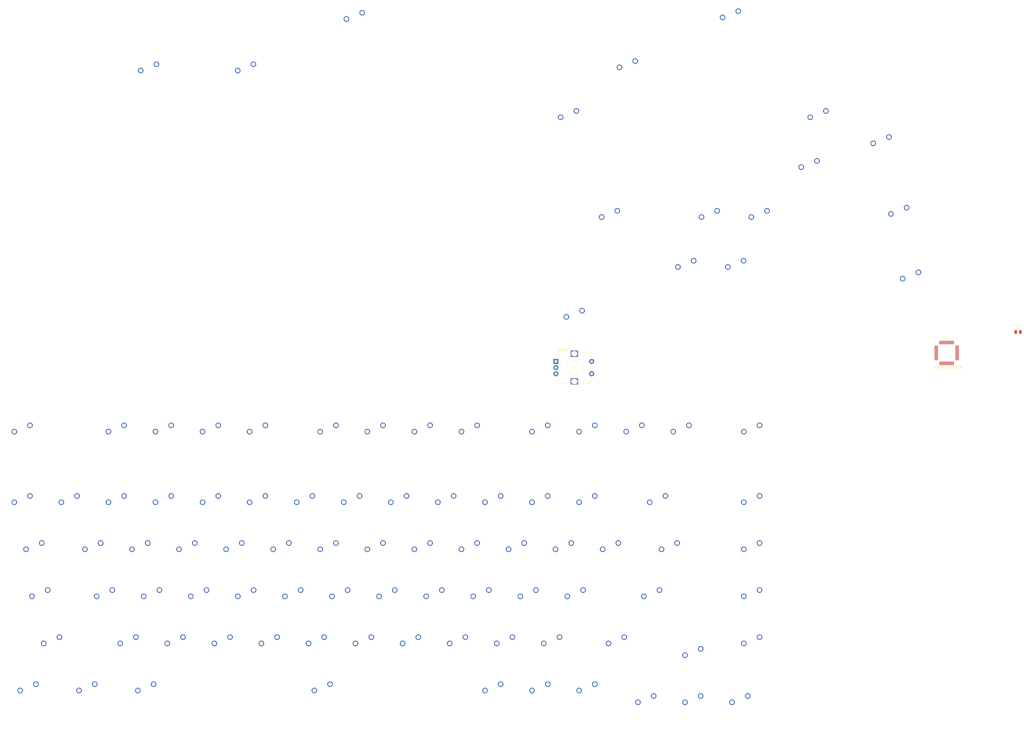
<source format=kicad_pcb>
(kicad_pcb (version 20171130) (host pcbnew "(5.1.12)-1")
  (layers (0 F.Cu signal) (31 B.Cu signal) (34 B.Paste user) (35 F.Paste user) (36 B.SilkS user) (37 F.SilkS user) (38 B.Mask user) (39 F.Mask user) (44 Edge.Cuts user))
  (net 0 "")
  (net 1 "Net-(MX1-Pad2)")
  (net 2 "Net-(MX1-Pad1)")
  (net 3 "Net-(MX10-Pad2)")
  (net 4 "Net-(MX102-Pad2)")
  (net 5 "Net-(MX12-Pad2)")
  (net 6 "Net-(MX19-Pad2)")
  (net 7 "Net-(MX6-Pad1)")
  (net 8 "Net-(MX103-Pad2)")
  (net 9 "Net-(MX10-Pad1)")
  (net 10 "Net-(MX14-Pad1)")
  (net 11 "Net-(MX20-Pad1)")
  (net 12 "Net-(MX25-Pad1)")
  (net 13 "Net-(MX30-Pad1)")
  (net 14 "Net-(MX35-Pad1)")
  (net 15 "Net-(MX40-Pad1)")
  (net 16 "Net-(MX45-Pad1)")
  (net 17 "Net-(MX50-Pad1)")
  (net 18 "Net-(MX56-Pad1)")
  (net 19 "Net-(MX62-Pad1)")
  (net 20 "Net-(MX67-Pad1)")
  (net 21 "Net-(MX72-Pad1)")
  (net 22 "Net-(MX77-Pad1)")
  (net 23 "Net-(MX83-PadA)")
  (net 24 "Net-(MX83-PadC)")
  (net 25 "Net-(MX83-PadB)")
  (net 26 "Net-(MX83-PadS1)")
  (net 27 "Net-(MX89-Pad1)")
  (net 28 "Net-(MX95-Pad1)")
  (net 29 "Net-(MX101-Pad1)")
  (net 30 GND)
  (net 31 +3V3)
  (net 32 "Net-(U1-Pad46)")
  (net 33 "Net-(U1-Pad45)")
  (net 34 "Net-(U1-Pad44)")
  (net 35 "Net-(U1-Pad43)")
  (net 36 "Net-(U1-Pad42)")
  (net 37 "Net-(U1-Pad41)")
  (net 38 "Net-(U1-Pad40)")
  (net 39 "Net-(U1-Pad39)")
  (net 40 "Net-(U1-Pad38)")
  (net 41 "Net-(U1-Pad37)")
  (net 42 "Net-(U1-Pad36)")
  (net 43 "Net-(U1-Pad34)")
  (net 44 "Net-(U1-Pad33)")
  (net 45 "Net-(U1-Pad32)")
  (net 46 "Net-(U1-Pad31)")
  (net 47 "Net-(U1-Pad30)")
  (net 48 "Net-(U1-Pad29)")
  (net 49 "Net-(U1-Pad28)")
  (net 50 "Net-(U1-Pad27)")
  (net 51 "Net-(U1-Pad26)")
  (net 52 "Net-(U1-Pad25)")
  (net 53 "Net-(U1-Pad22)")
  (net 54 "Net-(U1-Pad21)")
  (net 55 "Net-(U1-Pad20)")
  (net 56 "Net-(U1-Pad19)")
  (net 57 "Net-(U1-Pad18)")
  (net 58 "Net-(U1-Pad17)")
  (net 59 "Net-(U1-Pad16)")
  (net 60 "Net-(U1-Pad15)")
  (net 61 "Net-(U1-Pad14)")
  (net 62 "Net-(U1-Pad13)")
  (net 63 "Net-(U1-Pad12)")
  (net 64 "Net-(U1-Pad11)")
  (net 65 "Net-(U1-Pad10)")
  (net 66 "Net-(U1-Pad7)")
  (net 67 "Net-(U1-Pad6)")
  (net 68 "Net-(U1-Pad5)")
  (net 69 "Net-(U1-Pad4)")
  (net 70 "Net-(U1-Pad3)")
  (net 71 "Net-(U1-Pad2)")
  (module STM32L412C8T6:STM32L412C8T6 (layer F.Cu) (at 397.381 -10.5816)
    (fp_text reference U1 (at 0 -6.08715) (layer F.SilkS))
    (fp_text value STM32L412C8T6 (at 0.28775 5.8191) (layer F.SilkS))
    (fp_text user * (at -5.588 -3.381) (layer F.SilkS))
    (fp_text user * (at -5.588 -3.381) (layer F.SilkS))
    (pad 48 smd rect (at -2.75 -4.2164) (size 0.2794 1.4732) (layers F.Cu F.Paste F.Mask) (net 31 +3V3))
    (pad 47 smd rect (at -2.250001 -4.2164) (size 0.2794 1.4732) (layers F.Cu F.Paste F.Mask) (net 30 GND))
    (pad 46 smd rect (at -1.749999 -4.2164) (size 0.2794 1.4732) (layers F.Cu F.Paste F.Mask) (net 32 "Net-(U1-Pad46)"))
    (pad 45 smd rect (at -1.25 -4.2164) (size 0.2794 1.4732) (layers F.Cu F.Paste F.Mask) (net 33 "Net-(U1-Pad45)"))
    (pad 44 smd rect (at -0.750001 -4.2164) (size 0.2794 1.4732) (layers F.Cu F.Paste F.Mask) (net 34 "Net-(U1-Pad44)"))
    (pad 43 smd rect (at -0.25 -4.2164) (size 0.2794 1.4732) (layers F.Cu F.Paste F.Mask) (net 35 "Net-(U1-Pad43)"))
    (pad 42 smd rect (at 0.25 -4.2164) (size 0.2794 1.4732) (layers F.Cu F.Paste F.Mask) (net 36 "Net-(U1-Pad42)"))
    (pad 41 smd rect (at 0.750001 -4.2164) (size 0.2794 1.4732) (layers F.Cu F.Paste F.Mask) (net 37 "Net-(U1-Pad41)"))
    (pad 40 smd rect (at 1.25 -4.2164) (size 0.2794 1.4732) (layers F.Cu F.Paste F.Mask) (net 38 "Net-(U1-Pad40)"))
    (pad 39 smd rect (at 1.749999 -4.2164) (size 0.2794 1.4732) (layers F.Cu F.Paste F.Mask) (net 39 "Net-(U1-Pad39)"))
    (pad 38 smd rect (at 2.250001 -4.2164) (size 0.2794 1.4732) (layers F.Cu F.Paste F.Mask) (net 40 "Net-(U1-Pad38)"))
    (pad 37 smd rect (at 2.75 -4.2164) (size 0.2794 1.4732) (layers F.Cu F.Paste F.Mask) (net 41 "Net-(U1-Pad37)"))
    (pad 36 smd rect (at 4.2164 -2.75 90) (size 0.2794 1.4732) (layers F.Cu F.Paste F.Mask) (net 42 "Net-(U1-Pad36)"))
    (pad 35 smd rect (at 4.2164 -2.250001 90) (size 0.2794 1.4732) (layers F.Cu F.Paste F.Mask) (net 30 GND))
    (pad 34 smd rect (at 4.2164 -1.749999 90) (size 0.2794 1.4732) (layers F.Cu F.Paste F.Mask) (net 43 "Net-(U1-Pad34)"))
    (pad 33 smd rect (at 4.2164 -1.25 90) (size 0.2794 1.4732) (layers F.Cu F.Paste F.Mask) (net 44 "Net-(U1-Pad33)"))
    (pad 32 smd rect (at 4.2164 -0.750001 90) (size 0.2794 1.4732) (layers F.Cu F.Paste F.Mask) (net 45 "Net-(U1-Pad32)"))
    (pad 31 smd rect (at 4.2164 -0.25 90) (size 0.2794 1.4732) (layers F.Cu F.Paste F.Mask) (net 46 "Net-(U1-Pad31)"))
    (pad 30 smd rect (at 4.2164 0.25 90) (size 0.2794 1.4732) (layers F.Cu F.Paste F.Mask) (net 47 "Net-(U1-Pad30)"))
    (pad 29 smd rect (at 4.2164 0.750001 90) (size 0.2794 1.4732) (layers F.Cu F.Paste F.Mask) (net 48 "Net-(U1-Pad29)"))
    (pad 28 smd rect (at 4.2164 1.25 90) (size 0.2794 1.4732) (layers F.Cu F.Paste F.Mask) (net 49 "Net-(U1-Pad28)"))
    (pad 27 smd rect (at 4.2164 1.749999 90) (size 0.2794 1.4732) (layers F.Cu F.Paste F.Mask) (net 50 "Net-(U1-Pad27)"))
    (pad 26 smd rect (at 4.2164 2.250001 90) (size 0.2794 1.4732) (layers F.Cu F.Paste F.Mask) (net 51 "Net-(U1-Pad26)"))
    (pad 25 smd rect (at 4.2164 2.75 90) (size 0.2794 1.4732) (layers F.Cu F.Paste F.Mask) (net 52 "Net-(U1-Pad25)"))
    (pad 24 smd rect (at 2.75 4.2164) (size 0.2794 1.4732) (layers F.Cu F.Paste F.Mask) (net 31 +3V3))
    (pad 23 smd rect (at 2.250001 4.2164) (size 0.2794 1.4732) (layers F.Cu F.Paste F.Mask) (net 30 GND))
    (pad 22 smd rect (at 1.749999 4.2164) (size 0.2794 1.4732) (layers F.Cu F.Paste F.Mask) (net 53 "Net-(U1-Pad22)"))
    (pad 21 smd rect (at 1.25 4.2164) (size 0.2794 1.4732) (layers F.Cu F.Paste F.Mask) (net 54 "Net-(U1-Pad21)"))
    (pad 20 smd rect (at 0.750001 4.2164) (size 0.2794 1.4732) (layers F.Cu F.Paste F.Mask) (net 55 "Net-(U1-Pad20)"))
    (pad 19 smd rect (at 0.25 4.2164) (size 0.2794 1.4732) (layers F.Cu F.Paste F.Mask) (net 56 "Net-(U1-Pad19)"))
    (pad 18 smd rect (at -0.25 4.2164) (size 0.2794 1.4732) (layers F.Cu F.Paste F.Mask) (net 57 "Net-(U1-Pad18)"))
    (pad 17 smd rect (at -0.750001 4.2164) (size 0.2794 1.4732) (layers F.Cu F.Paste F.Mask) (net 58 "Net-(U1-Pad17)"))
    (pad 16 smd rect (at -1.25 4.2164) (size 0.2794 1.4732) (layers F.Cu F.Paste F.Mask) (net 59 "Net-(U1-Pad16)"))
    (pad 15 smd rect (at -1.749999 4.2164) (size 0.2794 1.4732) (layers F.Cu F.Paste F.Mask) (net 60 "Net-(U1-Pad15)"))
    (pad 14 smd rect (at -2.250001 4.2164) (size 0.2794 1.4732) (layers F.Cu F.Paste F.Mask) (net 61 "Net-(U1-Pad14)"))
    (pad 13 smd rect (at -2.75 4.2164) (size 0.2794 1.4732) (layers F.Cu F.Paste F.Mask) (net 62 "Net-(U1-Pad13)"))
    (pad 12 smd rect (at -4.2164 2.75 90) (size 0.2794 1.4732) (layers F.Cu F.Paste F.Mask) (net 63 "Net-(U1-Pad12)"))
    (pad 11 smd rect (at -4.2164 2.250001 90) (size 0.2794 1.4732) (layers F.Cu F.Paste F.Mask) (net 64 "Net-(U1-Pad11)"))
    (pad 10 smd rect (at -4.2164 1.749999 90) (size 0.2794 1.4732) (layers F.Cu F.Paste F.Mask) (net 65 "Net-(U1-Pad10)"))
    (pad 9 smd rect (at -4.2164 1.25 90) (size 0.2794 1.4732) (layers F.Cu F.Paste F.Mask) (net 31 +3V3))
    (pad 8 smd rect (at -4.2164 0.750001 90) (size 0.2794 1.4732) (layers F.Cu F.Paste F.Mask) (net 30 GND))
    (pad 7 smd rect (at -4.2164 0.25 90) (size 0.2794 1.4732) (layers F.Cu F.Paste F.Mask) (net 66 "Net-(U1-Pad7)"))
    (pad 6 smd rect (at -4.2164 -0.25 90) (size 0.2794 1.4732) (layers F.Cu F.Paste F.Mask) (net 67 "Net-(U1-Pad6)"))
    (pad 5 smd rect (at -4.2164 -0.750001 90) (size 0.2794 1.4732) (layers F.Cu F.Paste F.Mask) (net 68 "Net-(U1-Pad5)"))
    (pad 4 smd rect (at -4.2164 -1.25 90) (size 0.2794 1.4732) (layers F.Cu F.Paste F.Mask) (net 69 "Net-(U1-Pad4)"))
    (pad 3 smd rect (at -4.2164 -1.749999 90) (size 0.2794 1.4732) (layers F.Cu F.Paste F.Mask) (net 70 "Net-(U1-Pad3)"))
    (pad 2 smd rect (at -4.2164 -2.250001 90) (size 0.2794 1.4732) (layers F.Cu F.Paste F.Mask) (net 71 "Net-(U1-Pad2)"))
    (pad 1 smd rect (at -4.2164 -2.75 90) (size 0.2794 1.4732) (layers F.Cu F.Paste F.Mask) (net 31 +3V3))
  )
  (module Capacitor_SMD:C_0805_2012Metric (layer F.Cu) (at 426.24375 -19.05)
    (fp_text reference C1 (at 0 -1.68) (layer F.SilkS))
    (fp_text value 100nF)
    (pad 2 smd roundrect (at 0.95 0) (size 1 1.45) (layers F.Cu F.Paste F.Mask) (net 30 GND))
    (pad 1 smd roundrect (at -0.95 0) (size 1 1.45) (layers F.Cu F.Paste F.Mask) (net 31 +3V3))
  )
  (module MX_Only:MXOnly-2U-NoLED (layer F.Cu) (at 158.2375 -143.1875)
    (fp_text reference MX103)
    (fp_text value numEnter)
    (pad 2 thru_hole circle (at 2.54 -5.08) (size 2.25 2.25) (drill 1.47) (layers *.Cu B.Mask) (net 8 "Net-(MX103-Pad2)"))
    (pad "" np_thru_hole circle (at 0 0) (size 3.9878 3.9878) (drill 3.9878) (layers *.Cu *.Mask))
    (pad 1 thru_hole circle (at -3.81 -2.54) (size 2.25 2.25) (drill 1.47) (layers *.Cu B.Mask) (net 29 "Net-(MX101-Pad1)"))
    (pad "" np_thru_hole circle (at -5.08 0 48.0996) (size 1.75 1.75) (drill 1.75) (layers *.Cu *.Mask))
    (pad "" np_thru_hole circle (at 5.08 0 48.0996) (size 1.75 1.75) (drill 1.75) (layers *.Cu *.Mask))
    (pad "" np_thru_hole circle (at -11.90625 -6.985) (size 3.048 3.048) (drill 3.048) (layers *.Cu *.Mask))
    (pad "" np_thru_hole circle (at 11.90625 -6.985) (size 3.048 3.048) (drill 3.048) (layers *.Cu *.Mask))
    (pad "" np_thru_hole circle (at -11.90625 8.255) (size 3.9878 3.9878) (drill 3.9878) (layers *.Cu *.Mask))
    (pad "" np_thru_hole circle (at 11.90625 8.255) (size 3.9878 3.9878) (drill 3.9878) (layers *.Cu *.Mask))
  )
  (module MX_Only:MXOnly-2U-NoLED (layer F.Cu) (at 74.9775 -122.3475)
    (fp_text reference MX102)
    (fp_text value num+)
    (pad 2 thru_hole circle (at 2.54 -5.08) (size 2.25 2.25) (drill 1.47) (layers *.Cu B.Mask) (net 4 "Net-(MX102-Pad2)"))
    (pad "" np_thru_hole circle (at 0 0) (size 3.9878 3.9878) (drill 3.9878) (layers *.Cu *.Mask))
    (pad 1 thru_hole circle (at -3.81 -2.54) (size 2.25 2.25) (drill 1.47) (layers *.Cu B.Mask) (net 29 "Net-(MX101-Pad1)"))
    (pad "" np_thru_hole circle (at -5.08 0 48.0996) (size 1.75 1.75) (drill 1.75) (layers *.Cu *.Mask))
    (pad "" np_thru_hole circle (at 5.08 0 48.0996) (size 1.75 1.75) (drill 1.75) (layers *.Cu *.Mask))
    (pad "" np_thru_hole circle (at -11.90625 -6.985) (size 3.048 3.048) (drill 3.048) (layers *.Cu *.Mask))
    (pad "" np_thru_hole circle (at 11.90625 -6.985) (size 3.048 3.048) (drill 3.048) (layers *.Cu *.Mask))
    (pad "" np_thru_hole circle (at -11.90625 8.255) (size 3.9878 3.9878) (drill 3.9878) (layers *.Cu *.Mask))
    (pad "" np_thru_hole circle (at 11.90625 8.255) (size 3.9878 3.9878) (drill 3.9878) (layers *.Cu *.Mask))
  )
  (module MX_Only:MXOnly-1U-NoLED (layer F.Cu) (at 244.9525 -103.4275)
    (fp_text reference MX101)
    (fp_text value num-)
    (pad 2 thru_hole circle (at 2.54 -5.08) (size 2.25 2.25) (drill 1.47) (layers *.Cu B.Mask) (net 3 "Net-(MX10-Pad2)"))
    (pad "" np_thru_hole circle (at 0 0) (size 3.9878 3.9878) (drill 3.9878) (layers *.Cu *.Mask))
    (pad 1 thru_hole circle (at -3.81 -2.54) (size 2.25 2.25) (drill 1.47) (layers *.Cu B.Mask) (net 29 "Net-(MX101-Pad1)"))
    (pad "" np_thru_hole circle (at -5.08 0 48.0996) (size 1.75 1.75) (drill 1.75) (layers *.Cu *.Mask))
    (pad "" np_thru_hole circle (at 5.08 0 48.0996) (size 1.75 1.75) (drill 1.75) (layers *.Cu *.Mask))
  )
  (module MX_Only:MXOnly-1U-NoLED (layer F.Cu) (at 310.4725 -143.8275)
    (fp_text reference MX99)
    (fp_text value num.)
    (pad 2 thru_hole circle (at 2.54 -5.08) (size 2.25 2.25) (drill 1.47) (layers *.Cu B.Mask) (net 6 "Net-(MX19-Pad2)"))
    (pad "" np_thru_hole circle (at 0 0) (size 3.9878 3.9878) (drill 3.9878) (layers *.Cu *.Mask))
    (pad 1 thru_hole circle (at -3.81 -2.54) (size 2.25 2.25) (drill 1.47) (layers *.Cu B.Mask) (net 28 "Net-(MX95-Pad1)"))
    (pad "" np_thru_hole circle (at -5.08 0 48.0996) (size 1.75 1.75) (drill 1.75) (layers *.Cu *.Mask))
    (pad "" np_thru_hole circle (at 5.08 0 48.0996) (size 1.75 1.75) (drill 1.75) (layers *.Cu *.Mask))
  )
  (module MX_Only:MXOnly-1U-NoLED (layer F.Cu) (at 312.6125 -42.8275)
    (fp_text reference MX98)
    (fp_text value num3)
    (pad 2 thru_hole circle (at 2.54 -5.08) (size 2.25 2.25) (drill 1.47) (layers *.Cu B.Mask) (net 8 "Net-(MX103-Pad2)"))
    (pad "" np_thru_hole circle (at 0 0) (size 3.9878 3.9878) (drill 3.9878) (layers *.Cu *.Mask))
    (pad 1 thru_hole circle (at -3.81 -2.54) (size 2.25 2.25) (drill 1.47) (layers *.Cu B.Mask) (net 28 "Net-(MX95-Pad1)"))
    (pad "" np_thru_hole circle (at -5.08 0 48.0996) (size 1.75 1.75) (drill 1.75) (layers *.Cu *.Mask))
    (pad "" np_thru_hole circle (at 5.08 0 48.0996) (size 1.75 1.75) (drill 1.75) (layers *.Cu *.Mask))
  )
  (module MX_Only:MXOnly-1U-NoLED (layer F.Cu) (at 383.38125 -38.1)
    (fp_text reference MX97)
    (fp_text value num6)
    (pad 2 thru_hole circle (at 2.54 -5.08) (size 2.25 2.25) (drill 1.47) (layers *.Cu B.Mask) (net 5 "Net-(MX12-Pad2)"))
    (pad "" np_thru_hole circle (at 0 0) (size 3.9878 3.9878) (drill 3.9878) (layers *.Cu *.Mask))
    (pad 1 thru_hole circle (at -3.81 -2.54) (size 2.25 2.25) (drill 1.47) (layers *.Cu B.Mask) (net 28 "Net-(MX95-Pad1)"))
    (pad "" np_thru_hole circle (at -5.08 0 48.0996) (size 1.75 1.75) (drill 1.75) (layers *.Cu *.Mask))
    (pad "" np_thru_hole circle (at 5.08 0 48.0996) (size 1.75 1.75) (drill 1.75) (layers *.Cu *.Mask))
  )
  (module MX_Only:MXOnly-1U-NoLED (layer F.Cu) (at 342.3325 -83.2275)
    (fp_text reference MX96)
    (fp_text value num9)
    (pad 2 thru_hole circle (at 2.54 -5.08) (size 2.25 2.25) (drill 1.47) (layers *.Cu B.Mask) (net 4 "Net-(MX102-Pad2)"))
    (pad "" np_thru_hole circle (at 0 0) (size 3.9878 3.9878) (drill 3.9878) (layers *.Cu *.Mask))
    (pad 1 thru_hole circle (at -3.81 -2.54) (size 2.25 2.25) (drill 1.47) (layers *.Cu B.Mask) (net 28 "Net-(MX95-Pad1)"))
    (pad "" np_thru_hole circle (at -5.08 0 48.0996) (size 1.75 1.75) (drill 1.75) (layers *.Cu *.Mask))
    (pad "" np_thru_hole circle (at 5.08 0 48.0996) (size 1.75 1.75) (drill 1.75) (layers *.Cu *.Mask))
  )
  (module MX_Only:MXOnly-1U-NoLED (layer F.Cu) (at 322.1325 -63.0275)
    (fp_text reference MX95)
    (fp_text value num*)
    (pad 2 thru_hole circle (at 2.54 -5.08) (size 2.25 2.25) (drill 1.47) (layers *.Cu B.Mask) (net 3 "Net-(MX10-Pad2)"))
    (pad "" np_thru_hole circle (at 0 0) (size 3.9878 3.9878) (drill 3.9878) (layers *.Cu *.Mask))
    (pad 1 thru_hole circle (at -3.81 -2.54) (size 2.25 2.25) (drill 1.47) (layers *.Cu B.Mask) (net 28 "Net-(MX95-Pad1)"))
    (pad "" np_thru_hole circle (at -5.08 0 48.0996) (size 1.75 1.75) (drill 1.75) (layers *.Cu *.Mask))
    (pad "" np_thru_hole circle (at 5.08 0 48.0996) (size 1.75 1.75) (drill 1.75) (layers *.Cu *.Mask))
  )
  (module MX_Only:MXOnly-2U-NoLED (layer F.Cu) (at 114.2275 -122.3475)
    (fp_text reference MX93)
    (fp_text value num0)
    (pad 2 thru_hole circle (at 2.54 -5.08) (size 2.25 2.25) (drill 1.47) (layers *.Cu B.Mask) (net 6 "Net-(MX19-Pad2)"))
    (pad "" np_thru_hole circle (at 0 0) (size 3.9878 3.9878) (drill 3.9878) (layers *.Cu *.Mask))
    (pad 1 thru_hole circle (at -3.81 -2.54) (size 2.25 2.25) (drill 1.47) (layers *.Cu B.Mask) (net 27 "Net-(MX89-Pad1)"))
    (pad "" np_thru_hole circle (at -5.08 0 48.0996) (size 1.75 1.75) (drill 1.75) (layers *.Cu *.Mask))
    (pad "" np_thru_hole circle (at 5.08 0 48.0996) (size 1.75 1.75) (drill 1.75) (layers *.Cu *.Mask))
    (pad "" np_thru_hole circle (at -11.90625 -6.985) (size 3.048 3.048) (drill 3.048) (layers *.Cu *.Mask))
    (pad "" np_thru_hole circle (at 11.90625 -6.985) (size 3.048 3.048) (drill 3.048) (layers *.Cu *.Mask))
    (pad "" np_thru_hole circle (at -11.90625 8.255) (size 3.9878 3.9878) (drill 3.9878) (layers *.Cu *.Mask))
    (pad "" np_thru_hole circle (at 11.90625 8.255) (size 3.9878 3.9878) (drill 3.9878) (layers *.Cu *.Mask))
  )
  (module MX_Only:MXOnly-1U-NoLED (layer F.Cu) (at 292.4125 -42.8275)
    (fp_text reference MX92)
    (fp_text value num2)
    (pad 2 thru_hole circle (at 2.54 -5.08) (size 2.25 2.25) (drill 1.47) (layers *.Cu B.Mask) (net 8 "Net-(MX103-Pad2)"))
    (pad "" np_thru_hole circle (at 0 0) (size 3.9878 3.9878) (drill 3.9878) (layers *.Cu *.Mask))
    (pad 1 thru_hole circle (at -3.81 -2.54) (size 2.25 2.25) (drill 1.47) (layers *.Cu B.Mask) (net 27 "Net-(MX89-Pad1)"))
    (pad "" np_thru_hole circle (at -5.08 0 48.0996) (size 1.75 1.75) (drill 1.75) (layers *.Cu *.Mask))
    (pad "" np_thru_hole circle (at 5.08 0 48.0996) (size 1.75 1.75) (drill 1.75) (layers *.Cu *.Mask))
  )
  (module MX_Only:MXOnly-1U-NoLED (layer F.Cu) (at 378.61875 -64.29375)
    (fp_text reference MX91)
    (fp_text value num5)
    (pad 2 thru_hole circle (at 2.54 -5.08) (size 2.25 2.25) (drill 1.47) (layers *.Cu B.Mask) (net 5 "Net-(MX12-Pad2)"))
    (pad "" np_thru_hole circle (at 0 0) (size 3.9878 3.9878) (drill 3.9878) (layers *.Cu *.Mask))
    (pad 1 thru_hole circle (at -3.81 -2.54) (size 2.25 2.25) (drill 1.47) (layers *.Cu B.Mask) (net 27 "Net-(MX89-Pad1)"))
    (pad "" np_thru_hole circle (at -5.08 0 48.0996) (size 1.75 1.75) (drill 1.75) (layers *.Cu *.Mask))
    (pad "" np_thru_hole circle (at 5.08 0 48.0996) (size 1.75 1.75) (drill 1.75) (layers *.Cu *.Mask))
  )
  (module MX_Only:MXOnly-1U-NoLED (layer F.Cu) (at 345.9525 -103.4275)
    (fp_text reference MX90)
    (fp_text value num8)
    (pad 2 thru_hole circle (at 2.54 -5.08) (size 2.25 2.25) (drill 1.47) (layers *.Cu B.Mask) (net 4 "Net-(MX102-Pad2)"))
    (pad "" np_thru_hole circle (at 0 0) (size 3.9878 3.9878) (drill 3.9878) (layers *.Cu *.Mask))
    (pad 1 thru_hole circle (at -3.81 -2.54) (size 2.25 2.25) (drill 1.47) (layers *.Cu B.Mask) (net 27 "Net-(MX89-Pad1)"))
    (pad "" np_thru_hole circle (at -5.08 0 48.0996) (size 1.75 1.75) (drill 1.75) (layers *.Cu *.Mask))
    (pad "" np_thru_hole circle (at 5.08 0 48.0996) (size 1.75 1.75) (drill 1.75) (layers *.Cu *.Mask))
  )
  (module MX_Only:MXOnly-1U-NoLED (layer F.Cu) (at 268.7625 -123.6275)
    (fp_text reference MX89)
    (fp_text value num/)
    (pad 2 thru_hole circle (at 2.54 -5.08) (size 2.25 2.25) (drill 1.47) (layers *.Cu B.Mask) (net 3 "Net-(MX10-Pad2)"))
    (pad "" np_thru_hole circle (at 0 0) (size 3.9878 3.9878) (drill 3.9878) (layers *.Cu *.Mask))
    (pad 1 thru_hole circle (at -3.81 -2.54) (size 2.25 2.25) (drill 1.47) (layers *.Cu B.Mask) (net 27 "Net-(MX89-Pad1)"))
    (pad "" np_thru_hole circle (at -5.08 0 48.0996) (size 1.75 1.75) (drill 1.75) (layers *.Cu *.Mask))
    (pad "" np_thru_hole circle (at 5.08 0 48.0996) (size 1.75 1.75) (drill 1.75) (layers *.Cu *.Mask))
  )
  (module MX_Only:MXOnly-1U-NoLED (layer F.Cu) (at 301.9325 -63.0275)
    (fp_text reference MX87)
    (fp_text value num1)
    (pad 2 thru_hole circle (at 2.54 -5.08) (size 2.25 2.25) (drill 1.47) (layers *.Cu B.Mask) (net 8 "Net-(MX103-Pad2)"))
    (pad "" np_thru_hole circle (at 0 0) (size 3.9878 3.9878) (drill 3.9878) (layers *.Cu *.Mask))
    (pad 1 thru_hole circle (at -3.81 -2.54) (size 2.25 2.25) (drill 1.47) (layers *.Cu B.Mask) (net 26 "Net-(MX83-PadS1)"))
    (pad "" np_thru_hole circle (at -5.08 0 48.0996) (size 1.75 1.75) (drill 1.75) (layers *.Cu *.Mask))
    (pad "" np_thru_hole circle (at 5.08 0 48.0996) (size 1.75 1.75) (drill 1.75) (layers *.Cu *.Mask))
  )
  (module MX_Only:MXOnly-1U-NoLED (layer F.Cu) (at 371.475 -92.86875)
    (fp_text reference MX86)
    (fp_text value num4)
    (pad 2 thru_hole circle (at 2.54 -5.08) (size 2.25 2.25) (drill 1.47) (layers *.Cu B.Mask) (net 5 "Net-(MX12-Pad2)"))
    (pad "" np_thru_hole circle (at 0 0) (size 3.9878 3.9878) (drill 3.9878) (layers *.Cu *.Mask))
    (pad 1 thru_hole circle (at -3.81 -2.54) (size 2.25 2.25) (drill 1.47) (layers *.Cu B.Mask) (net 26 "Net-(MX83-PadS1)"))
    (pad "" np_thru_hole circle (at -5.08 0 48.0996) (size 1.75 1.75) (drill 1.75) (layers *.Cu *.Mask))
    (pad "" np_thru_hole circle (at 5.08 0 48.0996) (size 1.75 1.75) (drill 1.75) (layers *.Cu *.Mask))
  )
  (module MX_Only:MXOnly-1U-NoLED (layer F.Cu) (at 261.5325 -63.0275)
    (fp_text reference MX85)
    (fp_text value num7)
    (pad 2 thru_hole circle (at 2.54 -5.08) (size 2.25 2.25) (drill 1.47) (layers *.Cu B.Mask) (net 4 "Net-(MX102-Pad2)"))
    (pad "" np_thru_hole circle (at 0 0) (size 3.9878 3.9878) (drill 3.9878) (layers *.Cu *.Mask))
    (pad 1 thru_hole circle (at -3.81 -2.54) (size 2.25 2.25) (drill 1.47) (layers *.Cu B.Mask) (net 26 "Net-(MX83-PadS1)"))
    (pad "" np_thru_hole circle (at -5.08 0 48.0996) (size 1.75 1.75) (drill 1.75) (layers *.Cu *.Mask))
    (pad "" np_thru_hole circle (at 5.08 0 48.0996) (size 1.75 1.75) (drill 1.75) (layers *.Cu *.Mask))
  )
  (module MX_Only:MXOnly-1U-NoLED (layer F.Cu) (at 247.2525 -22.6275)
    (fp_text reference MX84)
    (fp_text value "Num Lock")
    (pad 2 thru_hole circle (at 2.54 -5.08) (size 2.25 2.25) (drill 1.47) (layers *.Cu B.Mask) (net 3 "Net-(MX10-Pad2)"))
    (pad "" np_thru_hole circle (at 0 0) (size 3.9878 3.9878) (drill 3.9878) (layers *.Cu *.Mask))
    (pad 1 thru_hole circle (at -3.81 -2.54) (size 2.25 2.25) (drill 1.47) (layers *.Cu B.Mask) (net 26 "Net-(MX83-PadS1)"))
    (pad "" np_thru_hole circle (at -5.08 0 48.0996) (size 1.75 1.75) (drill 1.75) (layers *.Cu *.Mask))
    (pad "" np_thru_hole circle (at 5.08 0 48.0996) (size 1.75 1.75) (drill 1.75) (layers *.Cu *.Mask))
  )
  (module Rotary_Encoder:RotaryEncoder_Alps_EC12E-Switch_Vertical_H20mm (layer F.Cu) (at 239.1775 -7.1525)
    (fp_text reference MX83 (at 2.8 -4.7) (layer F.SilkS))
    (fp_text value Knob)
    (pad A thru_hole rect (at 0 0) (size 2 2) (drill 1) (layers *.Cu *.Mask) (net 23 "Net-(MX83-PadA)"))
    (pad C thru_hole circle (at 0 2.5) (size 2 2) (drill 1) (layers *.Cu *.Mask) (net 24 "Net-(MX83-PadC)"))
    (pad B thru_hole circle (at 0 5) (size 2 2) (drill 1) (layers *.Cu *.Mask) (net 25 "Net-(MX83-PadB)"))
    (pad MP thru_hole rect (at 7.5 -3.1) (size 3 2.5) (drill oval 2.5 2) (layers *.Cu *.Mask))
    (pad MP thru_hole rect (at 7.5 8.1) (size 3 2.5) (drill oval 2.5 2) (layers *.Cu *.Mask))
    (pad S1 thru_hole circle (at 14.5 0) (size 2 2) (drill 1) (layers *.Cu *.Mask) (net 26 "Net-(MX83-PadS1)"))
    (pad S2 thru_hole circle (at 14.5 5) (size 2 2) (drill 1) (layers *.Cu *.Mask) (net 1 "Net-(MX1-Pad2)"))
  )
  (module MX_Only:MXOnly-1U-NoLED (layer F.Cu) (at 314.325 133.35)
    (fp_text reference MX82)
    (fp_text value Right)
    (pad 2 thru_hole circle (at 2.54 -5.08) (size 2.25 2.25) (drill 1.47) (layers *.Cu B.Mask) (net 6 "Net-(MX19-Pad2)"))
    (pad "" np_thru_hole circle (at 0 0) (size 3.9878 3.9878) (drill 3.9878) (layers *.Cu *.Mask))
    (pad 1 thru_hole circle (at -3.81 -2.54) (size 2.25 2.25) (drill 1.47) (layers *.Cu B.Mask) (net 22 "Net-(MX77-Pad1)"))
    (pad "" np_thru_hole circle (at -5.08 0 48.0996) (size 1.75 1.75) (drill 1.75) (layers *.Cu *.Mask))
    (pad "" np_thru_hole circle (at 5.08 0 48.0996) (size 1.75 1.75) (drill 1.75) (layers *.Cu *.Mask))
  )
  (module MX_Only:MXOnly-1U-NoLED (layer F.Cu) (at 319.0875 109.5375)
    (fp_text reference MX81)
    (fp_text value Delete)
    (pad 2 thru_hole circle (at 2.54 -5.08) (size 2.25 2.25) (drill 1.47) (layers *.Cu B.Mask) (net 8 "Net-(MX103-Pad2)"))
    (pad "" np_thru_hole circle (at 0 0) (size 3.9878 3.9878) (drill 3.9878) (layers *.Cu *.Mask))
    (pad 1 thru_hole circle (at -3.81 -2.54) (size 2.25 2.25) (drill 1.47) (layers *.Cu B.Mask) (net 22 "Net-(MX77-Pad1)"))
    (pad "" np_thru_hole circle (at -5.08 0 48.0996) (size 1.75 1.75) (drill 1.75) (layers *.Cu *.Mask))
    (pad "" np_thru_hole circle (at 5.08 0 48.0996) (size 1.75 1.75) (drill 1.75) (layers *.Cu *.Mask))
  )
  (module MX_Only:MXOnly-1U-NoLED (layer F.Cu) (at 319.0875 90.4875)
    (fp_text reference MX80)
    (fp_text value PgDn)
    (pad 2 thru_hole circle (at 2.54 -5.08) (size 2.25 2.25) (drill 1.47) (layers *.Cu B.Mask) (net 5 "Net-(MX12-Pad2)"))
    (pad "" np_thru_hole circle (at 0 0) (size 3.9878 3.9878) (drill 3.9878) (layers *.Cu *.Mask))
    (pad 1 thru_hole circle (at -3.81 -2.54) (size 2.25 2.25) (drill 1.47) (layers *.Cu B.Mask) (net 22 "Net-(MX77-Pad1)"))
    (pad "" np_thru_hole circle (at -5.08 0 48.0996) (size 1.75 1.75) (drill 1.75) (layers *.Cu *.Mask))
    (pad "" np_thru_hole circle (at 5.08 0 48.0996) (size 1.75 1.75) (drill 1.75) (layers *.Cu *.Mask))
  )
  (module MX_Only:MXOnly-1U-NoLED (layer F.Cu) (at 319.0875 71.4375)
    (fp_text reference MX79)
    (fp_text value PgUp)
    (pad 2 thru_hole circle (at 2.54 -5.08) (size 2.25 2.25) (drill 1.47) (layers *.Cu B.Mask) (net 4 "Net-(MX102-Pad2)"))
    (pad "" np_thru_hole circle (at 0 0) (size 3.9878 3.9878) (drill 3.9878) (layers *.Cu *.Mask))
    (pad 1 thru_hole circle (at -3.81 -2.54) (size 2.25 2.25) (drill 1.47) (layers *.Cu B.Mask) (net 22 "Net-(MX77-Pad1)"))
    (pad "" np_thru_hole circle (at -5.08 0 48.0996) (size 1.75 1.75) (drill 1.75) (layers *.Cu *.Mask))
    (pad "" np_thru_hole circle (at 5.08 0 48.0996) (size 1.75 1.75) (drill 1.75) (layers *.Cu *.Mask))
  )
  (module MX_Only:MXOnly-1U-NoLED (layer F.Cu) (at 319.0875 52.3875)
    (fp_text reference MX78)
    (fp_text value Insert)
    (pad 2 thru_hole circle (at 2.54 -5.08) (size 2.25 2.25) (drill 1.47) (layers *.Cu B.Mask) (net 3 "Net-(MX10-Pad2)"))
    (pad "" np_thru_hole circle (at 0 0) (size 3.9878 3.9878) (drill 3.9878) (layers *.Cu *.Mask))
    (pad 1 thru_hole circle (at -3.81 -2.54) (size 2.25 2.25) (drill 1.47) (layers *.Cu B.Mask) (net 22 "Net-(MX77-Pad1)"))
    (pad "" np_thru_hole circle (at -5.08 0 48.0996) (size 1.75 1.75) (drill 1.75) (layers *.Cu *.Mask))
    (pad "" np_thru_hole circle (at 5.08 0 48.0996) (size 1.75 1.75) (drill 1.75) (layers *.Cu *.Mask))
  )
  (module MX_Only:MXOnly-1U-NoLED (layer F.Cu) (at 319.0875 23.8125)
    (fp_text reference MX77)
    (fp_text value "Prnt Scrn")
    (pad 2 thru_hole circle (at 2.54 -5.08) (size 2.25 2.25) (drill 1.47) (layers *.Cu B.Mask) (net 1 "Net-(MX1-Pad2)"))
    (pad "" np_thru_hole circle (at 0 0) (size 3.9878 3.9878) (drill 3.9878) (layers *.Cu *.Mask))
    (pad 1 thru_hole circle (at -3.81 -2.54) (size 2.25 2.25) (drill 1.47) (layers *.Cu B.Mask) (net 22 "Net-(MX77-Pad1)"))
    (pad "" np_thru_hole circle (at -5.08 0 48.0996) (size 1.75 1.75) (drill 1.75) (layers *.Cu *.Mask))
    (pad "" np_thru_hole circle (at 5.08 0 48.0996) (size 1.75 1.75) (drill 1.75) (layers *.Cu *.Mask))
  )
  (module MX_Only:MXOnly-1U-NoLED (layer F.Cu) (at 295.275 133.35)
    (fp_text reference MX76)
    (fp_text value Down)
    (pad 2 thru_hole circle (at 2.54 -5.08) (size 2.25 2.25) (drill 1.47) (layers *.Cu B.Mask) (net 6 "Net-(MX19-Pad2)"))
    (pad "" np_thru_hole circle (at 0 0) (size 3.9878 3.9878) (drill 3.9878) (layers *.Cu *.Mask))
    (pad 1 thru_hole circle (at -3.81 -2.54) (size 2.25 2.25) (drill 1.47) (layers *.Cu B.Mask) (net 21 "Net-(MX72-Pad1)"))
    (pad "" np_thru_hole circle (at -5.08 0 48.0996) (size 1.75 1.75) (drill 1.75) (layers *.Cu *.Mask))
    (pad "" np_thru_hole circle (at 5.08 0 48.0996) (size 1.75 1.75) (drill 1.75) (layers *.Cu *.Mask))
  )
  (module MX_Only:MXOnly-1U-NoLED (layer F.Cu) (at 295.275 114.3)
    (fp_text reference MX75)
    (fp_text value Up)
    (pad 2 thru_hole circle (at 2.54 -5.08) (size 2.25 2.25) (drill 1.47) (layers *.Cu B.Mask) (net 8 "Net-(MX103-Pad2)"))
    (pad "" np_thru_hole circle (at 0 0) (size 3.9878 3.9878) (drill 3.9878) (layers *.Cu *.Mask))
    (pad 1 thru_hole circle (at -3.81 -2.54) (size 2.25 2.25) (drill 1.47) (layers *.Cu B.Mask) (net 21 "Net-(MX72-Pad1)"))
    (pad "" np_thru_hole circle (at -5.08 0 48.0996) (size 1.75 1.75) (drill 1.75) (layers *.Cu *.Mask))
    (pad "" np_thru_hole circle (at 5.08 0 48.0996) (size 1.75 1.75) (drill 1.75) (layers *.Cu *.Mask))
  )
  (module MX_Only:MXOnly-1.5U-NoLED (layer F.Cu) (at 285.75 71.4375)
    (fp_text reference MX74)
    (fp_text value \)
    (pad 2 thru_hole circle (at 2.54 -5.08) (size 2.25 2.25) (drill 1.47) (layers *.Cu B.Mask) (net 4 "Net-(MX102-Pad2)"))
    (pad "" np_thru_hole circle (at 0 0) (size 3.9878 3.9878) (drill 3.9878) (layers *.Cu *.Mask))
    (pad 1 thru_hole circle (at -3.81 -2.54) (size 2.25 2.25) (drill 1.47) (layers *.Cu B.Mask) (net 21 "Net-(MX72-Pad1)"))
    (pad "" np_thru_hole circle (at -5.08 0 48.0996) (size 1.75 1.75) (drill 1.75) (layers *.Cu *.Mask))
    (pad "" np_thru_hole circle (at 5.08 0 48.0996) (size 1.75 1.75) (drill 1.75) (layers *.Cu *.Mask))
  )
  (module MX_Only:MXOnly-2U-NoLED (layer F.Cu) (at 280.9875 52.3875)
    (fp_text reference MX73)
    (fp_text value Backspace)
    (pad 2 thru_hole circle (at 2.54 -5.08) (size 2.25 2.25) (drill 1.47) (layers *.Cu B.Mask) (net 3 "Net-(MX10-Pad2)"))
    (pad "" np_thru_hole circle (at 0 0) (size 3.9878 3.9878) (drill 3.9878) (layers *.Cu *.Mask))
    (pad 1 thru_hole circle (at -3.81 -2.54) (size 2.25 2.25) (drill 1.47) (layers *.Cu B.Mask) (net 21 "Net-(MX72-Pad1)"))
    (pad "" np_thru_hole circle (at -5.08 0 48.0996) (size 1.75 1.75) (drill 1.75) (layers *.Cu *.Mask))
    (pad "" np_thru_hole circle (at 5.08 0 48.0996) (size 1.75 1.75) (drill 1.75) (layers *.Cu *.Mask))
    (pad "" np_thru_hole circle (at -11.90625 -6.985) (size 3.048 3.048) (drill 3.048) (layers *.Cu *.Mask))
    (pad "" np_thru_hole circle (at 11.90625 -6.985) (size 3.048 3.048) (drill 3.048) (layers *.Cu *.Mask))
    (pad "" np_thru_hole circle (at -11.90625 8.255) (size 3.9878 3.9878) (drill 3.9878) (layers *.Cu *.Mask))
    (pad "" np_thru_hole circle (at 11.90625 8.255) (size 3.9878 3.9878) (drill 3.9878) (layers *.Cu *.Mask))
  )
  (module MX_Only:MXOnly-1U-NoLED (layer F.Cu) (at 290.5125 23.8125)
    (fp_text reference MX72)
    (fp_text value F12)
    (pad 2 thru_hole circle (at 2.54 -5.08) (size 2.25 2.25) (drill 1.47) (layers *.Cu B.Mask) (net 1 "Net-(MX1-Pad2)"))
    (pad "" np_thru_hole circle (at 0 0) (size 3.9878 3.9878) (drill 3.9878) (layers *.Cu *.Mask))
    (pad 1 thru_hole circle (at -3.81 -2.54) (size 2.25 2.25) (drill 1.47) (layers *.Cu B.Mask) (net 21 "Net-(MX72-Pad1)"))
    (pad "" np_thru_hole circle (at -5.08 0 48.0996) (size 1.75 1.75) (drill 1.75) (layers *.Cu *.Mask))
    (pad "" np_thru_hole circle (at 5.08 0 48.0996) (size 1.75 1.75) (drill 1.75) (layers *.Cu *.Mask))
  )
  (module MX_Only:MXOnly-1U-NoLED (layer F.Cu) (at 276.225 133.35)
    (fp_text reference MX71)
    (fp_text value Left)
    (pad 2 thru_hole circle (at 2.54 -5.08) (size 2.25 2.25) (drill 1.47) (layers *.Cu B.Mask) (net 6 "Net-(MX19-Pad2)"))
    (pad "" np_thru_hole circle (at 0 0) (size 3.9878 3.9878) (drill 3.9878) (layers *.Cu *.Mask))
    (pad 1 thru_hole circle (at -3.81 -2.54) (size 2.25 2.25) (drill 1.47) (layers *.Cu B.Mask) (net 20 "Net-(MX67-Pad1)"))
    (pad "" np_thru_hole circle (at -5.08 0 48.0996) (size 1.75 1.75) (drill 1.75) (layers *.Cu *.Mask))
    (pad "" np_thru_hole circle (at 5.08 0 48.0996) (size 1.75 1.75) (drill 1.75) (layers *.Cu *.Mask))
  )
  (module MX_Only:MXOnly-1.75U-NoLED (layer F.Cu) (at 264.31875 109.5375)
    (fp_text reference MX70)
    (fp_text value R-Shift)
    (pad 2 thru_hole circle (at 2.54 -5.08) (size 2.25 2.25) (drill 1.47) (layers *.Cu B.Mask) (net 8 "Net-(MX103-Pad2)"))
    (pad "" np_thru_hole circle (at 0 0) (size 3.9878 3.9878) (drill 3.9878) (layers *.Cu *.Mask))
    (pad 1 thru_hole circle (at -3.81 -2.54) (size 2.25 2.25) (drill 1.47) (layers *.Cu B.Mask) (net 20 "Net-(MX67-Pad1)"))
    (pad "" np_thru_hole circle (at -5.08 0 48.0996) (size 1.75 1.75) (drill 1.75) (layers *.Cu *.Mask))
    (pad "" np_thru_hole circle (at 5.08 0 48.0996) (size 1.75 1.75) (drill 1.75) (layers *.Cu *.Mask))
  )
  (module MX_Only:MXOnly-2.25U-NoLED (layer F.Cu) (at 278.60625 90.4875)
    (fp_text reference MX69)
    (fp_text value Enter)
    (pad 2 thru_hole circle (at 2.54 -5.08) (size 2.25 2.25) (drill 1.47) (layers *.Cu B.Mask) (net 5 "Net-(MX12-Pad2)"))
    (pad "" np_thru_hole circle (at 0 0) (size 3.9878 3.9878) (drill 3.9878) (layers *.Cu *.Mask))
    (pad 1 thru_hole circle (at -3.81 -2.54) (size 2.25 2.25) (drill 1.47) (layers *.Cu B.Mask) (net 20 "Net-(MX67-Pad1)"))
    (pad "" np_thru_hole circle (at -5.08 0 48.0996) (size 1.75 1.75) (drill 1.75) (layers *.Cu *.Mask))
    (pad "" np_thru_hole circle (at 5.08 0 48.0996) (size 1.75 1.75) (drill 1.75) (layers *.Cu *.Mask))
    (pad "" np_thru_hole circle (at -11.90625 -6.985) (size 3.048 3.048) (drill 3.048) (layers *.Cu *.Mask))
    (pad "" np_thru_hole circle (at 11.90625 -6.985) (size 3.048 3.048) (drill 3.048) (layers *.Cu *.Mask))
    (pad "" np_thru_hole circle (at -11.90625 8.255) (size 3.9878 3.9878) (drill 3.9878) (layers *.Cu *.Mask))
    (pad "" np_thru_hole circle (at 11.90625 8.255) (size 3.9878 3.9878) (drill 3.9878) (layers *.Cu *.Mask))
  )
  (module MX_Only:MXOnly-1U-NoLED (layer F.Cu) (at 261.9375 71.4375)
    (fp_text reference MX68)
    (fp_text value ])
    (pad 2 thru_hole circle (at 2.54 -5.08) (size 2.25 2.25) (drill 1.47) (layers *.Cu B.Mask) (net 4 "Net-(MX102-Pad2)"))
    (pad "" np_thru_hole circle (at 0 0) (size 3.9878 3.9878) (drill 3.9878) (layers *.Cu *.Mask))
    (pad 1 thru_hole circle (at -3.81 -2.54) (size 2.25 2.25) (drill 1.47) (layers *.Cu B.Mask) (net 20 "Net-(MX67-Pad1)"))
    (pad "" np_thru_hole circle (at -5.08 0 48.0996) (size 1.75 1.75) (drill 1.75) (layers *.Cu *.Mask))
    (pad "" np_thru_hole circle (at 5.08 0 48.0996) (size 1.75 1.75) (drill 1.75) (layers *.Cu *.Mask))
  )
  (module MX_Only:MXOnly-1U-NoLED (layer F.Cu) (at 271.4625 23.8125)
    (fp_text reference MX67)
    (fp_text value F11)
    (pad 2 thru_hole circle (at 2.54 -5.08) (size 2.25 2.25) (drill 1.47) (layers *.Cu B.Mask) (net 1 "Net-(MX1-Pad2)"))
    (pad "" np_thru_hole circle (at 0 0) (size 3.9878 3.9878) (drill 3.9878) (layers *.Cu *.Mask))
    (pad 1 thru_hole circle (at -3.81 -2.54) (size 2.25 2.25) (drill 1.47) (layers *.Cu B.Mask) (net 20 "Net-(MX67-Pad1)"))
    (pad "" np_thru_hole circle (at -5.08 0 48.0996) (size 1.75 1.75) (drill 1.75) (layers *.Cu *.Mask))
    (pad "" np_thru_hole circle (at 5.08 0 48.0996) (size 1.75 1.75) (drill 1.75) (layers *.Cu *.Mask))
  )
  (module MX_Only:MXOnly-1U-NoLED (layer F.Cu) (at 252.4125 128.5875)
    (fp_text reference MX66)
    (fp_text value R-Ctrl)
    (pad 2 thru_hole circle (at 2.54 -5.08) (size 2.25 2.25) (drill 1.47) (layers *.Cu B.Mask) (net 6 "Net-(MX19-Pad2)"))
    (pad "" np_thru_hole circle (at 0 0) (size 3.9878 3.9878) (drill 3.9878) (layers *.Cu *.Mask))
    (pad 1 thru_hole circle (at -3.81 -2.54) (size 2.25 2.25) (drill 1.47) (layers *.Cu B.Mask) (net 19 "Net-(MX62-Pad1)"))
    (pad "" np_thru_hole circle (at -5.08 0 48.0996) (size 1.75 1.75) (drill 1.75) (layers *.Cu *.Mask))
    (pad "" np_thru_hole circle (at 5.08 0 48.0996) (size 1.75 1.75) (drill 1.75) (layers *.Cu *.Mask))
  )
  (module MX_Only:MXOnly-1U-NoLED (layer F.Cu) (at 247.65 90.4875)
    (fp_text reference MX65)
    (fp_text value ')
    (pad 2 thru_hole circle (at 2.54 -5.08) (size 2.25 2.25) (drill 1.47) (layers *.Cu B.Mask) (net 5 "Net-(MX12-Pad2)"))
    (pad "" np_thru_hole circle (at 0 0) (size 3.9878 3.9878) (drill 3.9878) (layers *.Cu *.Mask))
    (pad 1 thru_hole circle (at -3.81 -2.54) (size 2.25 2.25) (drill 1.47) (layers *.Cu B.Mask) (net 19 "Net-(MX62-Pad1)"))
    (pad "" np_thru_hole circle (at -5.08 0 48.0996) (size 1.75 1.75) (drill 1.75) (layers *.Cu *.Mask))
    (pad "" np_thru_hole circle (at 5.08 0 48.0996) (size 1.75 1.75) (drill 1.75) (layers *.Cu *.Mask))
  )
  (module MX_Only:MXOnly-1U-NoLED (layer F.Cu) (at 242.8875 71.4375)
    (fp_text reference MX64)
    (fp_text value [)
    (pad 2 thru_hole circle (at 2.54 -5.08) (size 2.25 2.25) (drill 1.47) (layers *.Cu B.Mask) (net 4 "Net-(MX102-Pad2)"))
    (pad "" np_thru_hole circle (at 0 0) (size 3.9878 3.9878) (drill 3.9878) (layers *.Cu *.Mask))
    (pad 1 thru_hole circle (at -3.81 -2.54) (size 2.25 2.25) (drill 1.47) (layers *.Cu B.Mask) (net 19 "Net-(MX62-Pad1)"))
    (pad "" np_thru_hole circle (at -5.08 0 48.0996) (size 1.75 1.75) (drill 1.75) (layers *.Cu *.Mask))
    (pad "" np_thru_hole circle (at 5.08 0 48.0996) (size 1.75 1.75) (drill 1.75) (layers *.Cu *.Mask))
  )
  (module MX_Only:MXOnly-1U-NoLED (layer F.Cu) (at 252.4125 52.3875)
    (fp_text reference MX63)
    (fp_text value =)
    (pad 2 thru_hole circle (at 2.54 -5.08) (size 2.25 2.25) (drill 1.47) (layers *.Cu B.Mask) (net 3 "Net-(MX10-Pad2)"))
    (pad "" np_thru_hole circle (at 0 0) (size 3.9878 3.9878) (drill 3.9878) (layers *.Cu *.Mask))
    (pad 1 thru_hole circle (at -3.81 -2.54) (size 2.25 2.25) (drill 1.47) (layers *.Cu B.Mask) (net 19 "Net-(MX62-Pad1)"))
    (pad "" np_thru_hole circle (at -5.08 0 48.0996) (size 1.75 1.75) (drill 1.75) (layers *.Cu *.Mask))
    (pad "" np_thru_hole circle (at 5.08 0 48.0996) (size 1.75 1.75) (drill 1.75) (layers *.Cu *.Mask))
  )
  (module MX_Only:MXOnly-1U-NoLED (layer F.Cu) (at 252.4125 23.8125)
    (fp_text reference MX62)
    (fp_text value F10)
    (pad 2 thru_hole circle (at 2.54 -5.08) (size 2.25 2.25) (drill 1.47) (layers *.Cu B.Mask) (net 1 "Net-(MX1-Pad2)"))
    (pad "" np_thru_hole circle (at 0 0) (size 3.9878 3.9878) (drill 3.9878) (layers *.Cu *.Mask))
    (pad 1 thru_hole circle (at -3.81 -2.54) (size 2.25 2.25) (drill 1.47) (layers *.Cu B.Mask) (net 19 "Net-(MX62-Pad1)"))
    (pad "" np_thru_hole circle (at -5.08 0 48.0996) (size 1.75 1.75) (drill 1.75) (layers *.Cu *.Mask))
    (pad "" np_thru_hole circle (at 5.08 0 48.0996) (size 1.75 1.75) (drill 1.75) (layers *.Cu *.Mask))
  )
  (module MX_Only:MXOnly-1U-NoLED (layer F.Cu) (at 233.3625 128.5875)
    (fp_text reference MX61)
    (fp_text value Fn)
    (pad 2 thru_hole circle (at 2.54 -5.08) (size 2.25 2.25) (drill 1.47) (layers *.Cu B.Mask) (net 6 "Net-(MX19-Pad2)"))
    (pad "" np_thru_hole circle (at 0 0) (size 3.9878 3.9878) (drill 3.9878) (layers *.Cu *.Mask))
    (pad 1 thru_hole circle (at -3.81 -2.54) (size 2.25 2.25) (drill 1.47) (layers *.Cu B.Mask) (net 18 "Net-(MX56-Pad1)"))
    (pad "" np_thru_hole circle (at -5.08 0 48.0996) (size 1.75 1.75) (drill 1.75) (layers *.Cu *.Mask))
    (pad "" np_thru_hole circle (at 5.08 0 48.0996) (size 1.75 1.75) (drill 1.75) (layers *.Cu *.Mask))
  )
  (module MX_Only:MXOnly-1U-NoLED (layer F.Cu) (at 238.125 109.5375)
    (fp_text reference MX60)
    (fp_text value /)
    (pad 2 thru_hole circle (at 2.54 -5.08) (size 2.25 2.25) (drill 1.47) (layers *.Cu B.Mask) (net 8 "Net-(MX103-Pad2)"))
    (pad "" np_thru_hole circle (at 0 0) (size 3.9878 3.9878) (drill 3.9878) (layers *.Cu *.Mask))
    (pad 1 thru_hole circle (at -3.81 -2.54) (size 2.25 2.25) (drill 1.47) (layers *.Cu B.Mask) (net 18 "Net-(MX56-Pad1)"))
    (pad "" np_thru_hole circle (at -5.08 0 48.0996) (size 1.75 1.75) (drill 1.75) (layers *.Cu *.Mask))
    (pad "" np_thru_hole circle (at 5.08 0 48.0996) (size 1.75 1.75) (drill 1.75) (layers *.Cu *.Mask))
  )
  (module MX_Only:MXOnly-1U-NoLED (layer F.Cu) (at 228.6 90.4875)
    (fp_text reference MX59)
    (fp_text value ;)
    (pad 2 thru_hole circle (at 2.54 -5.08) (size 2.25 2.25) (drill 1.47) (layers *.Cu B.Mask) (net 5 "Net-(MX12-Pad2)"))
    (pad "" np_thru_hole circle (at 0 0) (size 3.9878 3.9878) (drill 3.9878) (layers *.Cu *.Mask))
    (pad 1 thru_hole circle (at -3.81 -2.54) (size 2.25 2.25) (drill 1.47) (layers *.Cu B.Mask) (net 18 "Net-(MX56-Pad1)"))
    (pad "" np_thru_hole circle (at -5.08 0 48.0996) (size 1.75 1.75) (drill 1.75) (layers *.Cu *.Mask))
    (pad "" np_thru_hole circle (at 5.08 0 48.0996) (size 1.75 1.75) (drill 1.75) (layers *.Cu *.Mask))
  )
  (module MX_Only:MXOnly-1U-NoLED (layer F.Cu) (at 223.8375 71.4375)
    (fp_text reference MX58)
    (fp_text value P)
    (pad 2 thru_hole circle (at 2.54 -5.08) (size 2.25 2.25) (drill 1.47) (layers *.Cu B.Mask) (net 4 "Net-(MX102-Pad2)"))
    (pad "" np_thru_hole circle (at 0 0) (size 3.9878 3.9878) (drill 3.9878) (layers *.Cu *.Mask))
    (pad 1 thru_hole circle (at -3.81 -2.54) (size 2.25 2.25) (drill 1.47) (layers *.Cu B.Mask) (net 18 "Net-(MX56-Pad1)"))
    (pad "" np_thru_hole circle (at -5.08 0 48.0996) (size 1.75 1.75) (drill 1.75) (layers *.Cu *.Mask))
    (pad "" np_thru_hole circle (at 5.08 0 48.0996) (size 1.75 1.75) (drill 1.75) (layers *.Cu *.Mask))
  )
  (module MX_Only:MXOnly-1U-NoLED (layer F.Cu) (at 233.3625 52.3875)
    (fp_text reference MX57)
    (fp_text value -)
    (pad 2 thru_hole circle (at 2.54 -5.08) (size 2.25 2.25) (drill 1.47) (layers *.Cu B.Mask) (net 3 "Net-(MX10-Pad2)"))
    (pad "" np_thru_hole circle (at 0 0) (size 3.9878 3.9878) (drill 3.9878) (layers *.Cu *.Mask))
    (pad 1 thru_hole circle (at -3.81 -2.54) (size 2.25 2.25) (drill 1.47) (layers *.Cu B.Mask) (net 18 "Net-(MX56-Pad1)"))
    (pad "" np_thru_hole circle (at -5.08 0 48.0996) (size 1.75 1.75) (drill 1.75) (layers *.Cu *.Mask))
    (pad "" np_thru_hole circle (at 5.08 0 48.0996) (size 1.75 1.75) (drill 1.75) (layers *.Cu *.Mask))
  )
  (module MX_Only:MXOnly-1U-NoLED (layer F.Cu) (at 233.3625 23.8125)
    (fp_text reference MX56)
    (fp_text value F9)
    (pad 2 thru_hole circle (at 2.54 -5.08) (size 2.25 2.25) (drill 1.47) (layers *.Cu B.Mask) (net 1 "Net-(MX1-Pad2)"))
    (pad "" np_thru_hole circle (at 0 0) (size 3.9878 3.9878) (drill 3.9878) (layers *.Cu *.Mask))
    (pad 1 thru_hole circle (at -3.81 -2.54) (size 2.25 2.25) (drill 1.47) (layers *.Cu B.Mask) (net 18 "Net-(MX56-Pad1)"))
    (pad "" np_thru_hole circle (at -5.08 0 48.0996) (size 1.75 1.75) (drill 1.75) (layers *.Cu *.Mask))
    (pad "" np_thru_hole circle (at 5.08 0 48.0996) (size 1.75 1.75) (drill 1.75) (layers *.Cu *.Mask))
  )
  (module MX_Only:MXOnly-1U-NoLED (layer F.Cu) (at 214.3125 128.5875)
    (fp_text reference MX55)
    (fp_text value R-Alt)
    (pad 2 thru_hole circle (at 2.54 -5.08) (size 2.25 2.25) (drill 1.47) (layers *.Cu B.Mask) (net 6 "Net-(MX19-Pad2)"))
    (pad "" np_thru_hole circle (at 0 0) (size 3.9878 3.9878) (drill 3.9878) (layers *.Cu *.Mask))
    (pad 1 thru_hole circle (at -3.81 -2.54) (size 2.25 2.25) (drill 1.47) (layers *.Cu B.Mask) (net 17 "Net-(MX50-Pad1)"))
    (pad "" np_thru_hole circle (at -5.08 0 48.0996) (size 1.75 1.75) (drill 1.75) (layers *.Cu *.Mask))
    (pad "" np_thru_hole circle (at 5.08 0 48.0996) (size 1.75 1.75) (drill 1.75) (layers *.Cu *.Mask))
  )
  (module MX_Only:MXOnly-1U-NoLED (layer F.Cu) (at 219.075 109.5375)
    (fp_text reference MX54)
    (fp_text value .)
    (pad 2 thru_hole circle (at 2.54 -5.08) (size 2.25 2.25) (drill 1.47) (layers *.Cu B.Mask) (net 8 "Net-(MX103-Pad2)"))
    (pad "" np_thru_hole circle (at 0 0) (size 3.9878 3.9878) (drill 3.9878) (layers *.Cu *.Mask))
    (pad 1 thru_hole circle (at -3.81 -2.54) (size 2.25 2.25) (drill 1.47) (layers *.Cu B.Mask) (net 17 "Net-(MX50-Pad1)"))
    (pad "" np_thru_hole circle (at -5.08 0 48.0996) (size 1.75 1.75) (drill 1.75) (layers *.Cu *.Mask))
    (pad "" np_thru_hole circle (at 5.08 0 48.0996) (size 1.75 1.75) (drill 1.75) (layers *.Cu *.Mask))
  )
  (module MX_Only:MXOnly-1U-NoLED (layer F.Cu) (at 209.55 90.4875)
    (fp_text reference MX53)
    (fp_text value L)
    (pad 2 thru_hole circle (at 2.54 -5.08) (size 2.25 2.25) (drill 1.47) (layers *.Cu B.Mask) (net 5 "Net-(MX12-Pad2)"))
    (pad "" np_thru_hole circle (at 0 0) (size 3.9878 3.9878) (drill 3.9878) (layers *.Cu *.Mask))
    (pad 1 thru_hole circle (at -3.81 -2.54) (size 2.25 2.25) (drill 1.47) (layers *.Cu B.Mask) (net 17 "Net-(MX50-Pad1)"))
    (pad "" np_thru_hole circle (at -5.08 0 48.0996) (size 1.75 1.75) (drill 1.75) (layers *.Cu *.Mask))
    (pad "" np_thru_hole circle (at 5.08 0 48.0996) (size 1.75 1.75) (drill 1.75) (layers *.Cu *.Mask))
  )
  (module MX_Only:MXOnly-1U-NoLED (layer F.Cu) (at 204.7875 71.4375)
    (fp_text reference MX52)
    (fp_text value O)
    (pad 2 thru_hole circle (at 2.54 -5.08) (size 2.25 2.25) (drill 1.47) (layers *.Cu B.Mask) (net 4 "Net-(MX102-Pad2)"))
    (pad "" np_thru_hole circle (at 0 0) (size 3.9878 3.9878) (drill 3.9878) (layers *.Cu *.Mask))
    (pad 1 thru_hole circle (at -3.81 -2.54) (size 2.25 2.25) (drill 1.47) (layers *.Cu B.Mask) (net 17 "Net-(MX50-Pad1)"))
    (pad "" np_thru_hole circle (at -5.08 0 48.0996) (size 1.75 1.75) (drill 1.75) (layers *.Cu *.Mask))
    (pad "" np_thru_hole circle (at 5.08 0 48.0996) (size 1.75 1.75) (drill 1.75) (layers *.Cu *.Mask))
  )
  (module MX_Only:MXOnly-1U-NoLED (layer F.Cu) (at 214.3125 52.3875)
    (fp_text reference MX51)
    (fp_text value 0)
    (pad 2 thru_hole circle (at 2.54 -5.08) (size 2.25 2.25) (drill 1.47) (layers *.Cu B.Mask) (net 3 "Net-(MX10-Pad2)"))
    (pad "" np_thru_hole circle (at 0 0) (size 3.9878 3.9878) (drill 3.9878) (layers *.Cu *.Mask))
    (pad 1 thru_hole circle (at -3.81 -2.54) (size 2.25 2.25) (drill 1.47) (layers *.Cu B.Mask) (net 17 "Net-(MX50-Pad1)"))
    (pad "" np_thru_hole circle (at -5.08 0 48.0996) (size 1.75 1.75) (drill 1.75) (layers *.Cu *.Mask))
    (pad "" np_thru_hole circle (at 5.08 0 48.0996) (size 1.75 1.75) (drill 1.75) (layers *.Cu *.Mask))
  )
  (module MX_Only:MXOnly-1U-NoLED (layer F.Cu) (at 204.7875 23.8125)
    (fp_text reference MX50)
    (fp_text value F8)
    (pad 2 thru_hole circle (at 2.54 -5.08) (size 2.25 2.25) (drill 1.47) (layers *.Cu B.Mask) (net 1 "Net-(MX1-Pad2)"))
    (pad "" np_thru_hole circle (at 0 0) (size 3.9878 3.9878) (drill 3.9878) (layers *.Cu *.Mask))
    (pad 1 thru_hole circle (at -3.81 -2.54) (size 2.25 2.25) (drill 1.47) (layers *.Cu B.Mask) (net 17 "Net-(MX50-Pad1)"))
    (pad "" np_thru_hole circle (at -5.08 0 48.0996) (size 1.75 1.75) (drill 1.75) (layers *.Cu *.Mask))
    (pad "" np_thru_hole circle (at 5.08 0 48.0996) (size 1.75 1.75) (drill 1.75) (layers *.Cu *.Mask))
  )
  (module MX_Only:MXOnly-1U-NoLED (layer F.Cu) (at 200.025 109.5375)
    (fp_text reference MX49)
    (fp_text value ,)
    (pad 2 thru_hole circle (at 2.54 -5.08) (size 2.25 2.25) (drill 1.47) (layers *.Cu B.Mask) (net 8 "Net-(MX103-Pad2)"))
    (pad "" np_thru_hole circle (at 0 0) (size 3.9878 3.9878) (drill 3.9878) (layers *.Cu *.Mask))
    (pad 1 thru_hole circle (at -3.81 -2.54) (size 2.25 2.25) (drill 1.47) (layers *.Cu B.Mask) (net 16 "Net-(MX45-Pad1)"))
    (pad "" np_thru_hole circle (at -5.08 0 48.0996) (size 1.75 1.75) (drill 1.75) (layers *.Cu *.Mask))
    (pad "" np_thru_hole circle (at 5.08 0 48.0996) (size 1.75 1.75) (drill 1.75) (layers *.Cu *.Mask))
  )
  (module MX_Only:MXOnly-1U-NoLED (layer F.Cu) (at 190.5 90.4875)
    (fp_text reference MX48)
    (fp_text value K)
    (pad 2 thru_hole circle (at 2.54 -5.08) (size 2.25 2.25) (drill 1.47) (layers *.Cu B.Mask) (net 5 "Net-(MX12-Pad2)"))
    (pad "" np_thru_hole circle (at 0 0) (size 3.9878 3.9878) (drill 3.9878) (layers *.Cu *.Mask))
    (pad 1 thru_hole circle (at -3.81 -2.54) (size 2.25 2.25) (drill 1.47) (layers *.Cu B.Mask) (net 16 "Net-(MX45-Pad1)"))
    (pad "" np_thru_hole circle (at -5.08 0 48.0996) (size 1.75 1.75) (drill 1.75) (layers *.Cu *.Mask))
    (pad "" np_thru_hole circle (at 5.08 0 48.0996) (size 1.75 1.75) (drill 1.75) (layers *.Cu *.Mask))
  )
  (module MX_Only:MXOnly-1U-NoLED (layer F.Cu) (at 185.7375 71.4375)
    (fp_text reference MX47)
    (fp_text value I)
    (pad 2 thru_hole circle (at 2.54 -5.08) (size 2.25 2.25) (drill 1.47) (layers *.Cu B.Mask) (net 4 "Net-(MX102-Pad2)"))
    (pad "" np_thru_hole circle (at 0 0) (size 3.9878 3.9878) (drill 3.9878) (layers *.Cu *.Mask))
    (pad 1 thru_hole circle (at -3.81 -2.54) (size 2.25 2.25) (drill 1.47) (layers *.Cu B.Mask) (net 16 "Net-(MX45-Pad1)"))
    (pad "" np_thru_hole circle (at -5.08 0 48.0996) (size 1.75 1.75) (drill 1.75) (layers *.Cu *.Mask))
    (pad "" np_thru_hole circle (at 5.08 0 48.0996) (size 1.75 1.75) (drill 1.75) (layers *.Cu *.Mask))
  )
  (module MX_Only:MXOnly-1U-NoLED (layer F.Cu) (at 195.2625 52.3875)
    (fp_text reference MX46)
    (fp_text value 9)
    (pad 2 thru_hole circle (at 2.54 -5.08) (size 2.25 2.25) (drill 1.47) (layers *.Cu B.Mask) (net 3 "Net-(MX10-Pad2)"))
    (pad "" np_thru_hole circle (at 0 0) (size 3.9878 3.9878) (drill 3.9878) (layers *.Cu *.Mask))
    (pad 1 thru_hole circle (at -3.81 -2.54) (size 2.25 2.25) (drill 1.47) (layers *.Cu B.Mask) (net 16 "Net-(MX45-Pad1)"))
    (pad "" np_thru_hole circle (at -5.08 0 48.0996) (size 1.75 1.75) (drill 1.75) (layers *.Cu *.Mask))
    (pad "" np_thru_hole circle (at 5.08 0 48.0996) (size 1.75 1.75) (drill 1.75) (layers *.Cu *.Mask))
  )
  (module MX_Only:MXOnly-1U-NoLED (layer F.Cu) (at 185.7375 23.8125)
    (fp_text reference MX45)
    (fp_text value F7)
    (pad 2 thru_hole circle (at 2.54 -5.08) (size 2.25 2.25) (drill 1.47) (layers *.Cu B.Mask) (net 1 "Net-(MX1-Pad2)"))
    (pad "" np_thru_hole circle (at 0 0) (size 3.9878 3.9878) (drill 3.9878) (layers *.Cu *.Mask))
    (pad 1 thru_hole circle (at -3.81 -2.54) (size 2.25 2.25) (drill 1.47) (layers *.Cu B.Mask) (net 16 "Net-(MX45-Pad1)"))
    (pad "" np_thru_hole circle (at -5.08 0 48.0996) (size 1.75 1.75) (drill 1.75) (layers *.Cu *.Mask))
    (pad "" np_thru_hole circle (at 5.08 0 48.0996) (size 1.75 1.75) (drill 1.75) (layers *.Cu *.Mask))
  )
  (module MX_Only:MXOnly-1U-NoLED (layer F.Cu) (at 180.975 109.5375)
    (fp_text reference MX44)
    (fp_text value M)
    (pad 2 thru_hole circle (at 2.54 -5.08) (size 2.25 2.25) (drill 1.47) (layers *.Cu B.Mask) (net 8 "Net-(MX103-Pad2)"))
    (pad "" np_thru_hole circle (at 0 0) (size 3.9878 3.9878) (drill 3.9878) (layers *.Cu *.Mask))
    (pad 1 thru_hole circle (at -3.81 -2.54) (size 2.25 2.25) (drill 1.47) (layers *.Cu B.Mask) (net 15 "Net-(MX40-Pad1)"))
    (pad "" np_thru_hole circle (at -5.08 0 48.0996) (size 1.75 1.75) (drill 1.75) (layers *.Cu *.Mask))
    (pad "" np_thru_hole circle (at 5.08 0 48.0996) (size 1.75 1.75) (drill 1.75) (layers *.Cu *.Mask))
  )
  (module MX_Only:MXOnly-1U-NoLED (layer F.Cu) (at 171.45 90.4875)
    (fp_text reference MX43)
    (fp_text value J)
    (pad 2 thru_hole circle (at 2.54 -5.08) (size 2.25 2.25) (drill 1.47) (layers *.Cu B.Mask) (net 5 "Net-(MX12-Pad2)"))
    (pad "" np_thru_hole circle (at 0 0) (size 3.9878 3.9878) (drill 3.9878) (layers *.Cu *.Mask))
    (pad 1 thru_hole circle (at -3.81 -2.54) (size 2.25 2.25) (drill 1.47) (layers *.Cu B.Mask) (net 15 "Net-(MX40-Pad1)"))
    (pad "" np_thru_hole circle (at -5.08 0 48.0996) (size 1.75 1.75) (drill 1.75) (layers *.Cu *.Mask))
    (pad "" np_thru_hole circle (at 5.08 0 48.0996) (size 1.75 1.75) (drill 1.75) (layers *.Cu *.Mask))
  )
  (module MX_Only:MXOnly-1U-NoLED (layer F.Cu) (at 166.6875 71.4375)
    (fp_text reference MX42)
    (fp_text value U)
    (pad 2 thru_hole circle (at 2.54 -5.08) (size 2.25 2.25) (drill 1.47) (layers *.Cu B.Mask) (net 4 "Net-(MX102-Pad2)"))
    (pad "" np_thru_hole circle (at 0 0) (size 3.9878 3.9878) (drill 3.9878) (layers *.Cu *.Mask))
    (pad 1 thru_hole circle (at -3.81 -2.54) (size 2.25 2.25) (drill 1.47) (layers *.Cu B.Mask) (net 15 "Net-(MX40-Pad1)"))
    (pad "" np_thru_hole circle (at -5.08 0 48.0996) (size 1.75 1.75) (drill 1.75) (layers *.Cu *.Mask))
    (pad "" np_thru_hole circle (at 5.08 0 48.0996) (size 1.75 1.75) (drill 1.75) (layers *.Cu *.Mask))
  )
  (module MX_Only:MXOnly-1U-NoLED (layer F.Cu) (at 176.2125 52.3875)
    (fp_text reference MX41)
    (fp_text value 8)
    (pad 2 thru_hole circle (at 2.54 -5.08) (size 2.25 2.25) (drill 1.47) (layers *.Cu B.Mask) (net 3 "Net-(MX10-Pad2)"))
    (pad "" np_thru_hole circle (at 0 0) (size 3.9878 3.9878) (drill 3.9878) (layers *.Cu *.Mask))
    (pad 1 thru_hole circle (at -3.81 -2.54) (size 2.25 2.25) (drill 1.47) (layers *.Cu B.Mask) (net 15 "Net-(MX40-Pad1)"))
    (pad "" np_thru_hole circle (at -5.08 0 48.0996) (size 1.75 1.75) (drill 1.75) (layers *.Cu *.Mask))
    (pad "" np_thru_hole circle (at 5.08 0 48.0996) (size 1.75 1.75) (drill 1.75) (layers *.Cu *.Mask))
  )
  (module MX_Only:MXOnly-1U-NoLED (layer F.Cu) (at 166.6875 23.8125)
    (fp_text reference MX40)
    (fp_text value F6)
    (pad 2 thru_hole circle (at 2.54 -5.08) (size 2.25 2.25) (drill 1.47) (layers *.Cu B.Mask) (net 1 "Net-(MX1-Pad2)"))
    (pad "" np_thru_hole circle (at 0 0) (size 3.9878 3.9878) (drill 3.9878) (layers *.Cu *.Mask))
    (pad 1 thru_hole circle (at -3.81 -2.54) (size 2.25 2.25) (drill 1.47) (layers *.Cu B.Mask) (net 15 "Net-(MX40-Pad1)"))
    (pad "" np_thru_hole circle (at -5.08 0 48.0996) (size 1.75 1.75) (drill 1.75) (layers *.Cu *.Mask))
    (pad "" np_thru_hole circle (at 5.08 0 48.0996) (size 1.75 1.75) (drill 1.75) (layers *.Cu *.Mask))
  )
  (module MX_Only:MXOnly-1U-NoLED (layer F.Cu) (at 161.925 109.5375)
    (fp_text reference MX39)
    (fp_text value N)
    (pad 2 thru_hole circle (at 2.54 -5.08) (size 2.25 2.25) (drill 1.47) (layers *.Cu B.Mask) (net 8 "Net-(MX103-Pad2)"))
    (pad "" np_thru_hole circle (at 0 0) (size 3.9878 3.9878) (drill 3.9878) (layers *.Cu *.Mask))
    (pad 1 thru_hole circle (at -3.81 -2.54) (size 2.25 2.25) (drill 1.47) (layers *.Cu B.Mask) (net 14 "Net-(MX35-Pad1)"))
    (pad "" np_thru_hole circle (at -5.08 0 48.0996) (size 1.75 1.75) (drill 1.75) (layers *.Cu *.Mask))
    (pad "" np_thru_hole circle (at 5.08 0 48.0996) (size 1.75 1.75) (drill 1.75) (layers *.Cu *.Mask))
  )
  (module MX_Only:MXOnly-1U-NoLED (layer F.Cu) (at 152.4 90.4875)
    (fp_text reference MX38)
    (fp_text value H)
    (pad 2 thru_hole circle (at 2.54 -5.08) (size 2.25 2.25) (drill 1.47) (layers *.Cu B.Mask) (net 5 "Net-(MX12-Pad2)"))
    (pad "" np_thru_hole circle (at 0 0) (size 3.9878 3.9878) (drill 3.9878) (layers *.Cu *.Mask))
    (pad 1 thru_hole circle (at -3.81 -2.54) (size 2.25 2.25) (drill 1.47) (layers *.Cu B.Mask) (net 14 "Net-(MX35-Pad1)"))
    (pad "" np_thru_hole circle (at -5.08 0 48.0996) (size 1.75 1.75) (drill 1.75) (layers *.Cu *.Mask))
    (pad "" np_thru_hole circle (at 5.08 0 48.0996) (size 1.75 1.75) (drill 1.75) (layers *.Cu *.Mask))
  )
  (module MX_Only:MXOnly-1U-NoLED (layer F.Cu) (at 147.6375 71.4375)
    (fp_text reference MX37)
    (fp_text value Y)
    (pad 2 thru_hole circle (at 2.54 -5.08) (size 2.25 2.25) (drill 1.47) (layers *.Cu B.Mask) (net 4 "Net-(MX102-Pad2)"))
    (pad "" np_thru_hole circle (at 0 0) (size 3.9878 3.9878) (drill 3.9878) (layers *.Cu *.Mask))
    (pad 1 thru_hole circle (at -3.81 -2.54) (size 2.25 2.25) (drill 1.47) (layers *.Cu B.Mask) (net 14 "Net-(MX35-Pad1)"))
    (pad "" np_thru_hole circle (at -5.08 0 48.0996) (size 1.75 1.75) (drill 1.75) (layers *.Cu *.Mask))
    (pad "" np_thru_hole circle (at 5.08 0 48.0996) (size 1.75 1.75) (drill 1.75) (layers *.Cu *.Mask))
  )
  (module MX_Only:MXOnly-1U-NoLED (layer F.Cu) (at 157.1625 52.3875)
    (fp_text reference MX36)
    (fp_text value 7)
    (pad 2 thru_hole circle (at 2.54 -5.08) (size 2.25 2.25) (drill 1.47) (layers *.Cu B.Mask) (net 3 "Net-(MX10-Pad2)"))
    (pad "" np_thru_hole circle (at 0 0) (size 3.9878 3.9878) (drill 3.9878) (layers *.Cu *.Mask))
    (pad 1 thru_hole circle (at -3.81 -2.54) (size 2.25 2.25) (drill 1.47) (layers *.Cu B.Mask) (net 14 "Net-(MX35-Pad1)"))
    (pad "" np_thru_hole circle (at -5.08 0 48.0996) (size 1.75 1.75) (drill 1.75) (layers *.Cu *.Mask))
    (pad "" np_thru_hole circle (at 5.08 0 48.0996) (size 1.75 1.75) (drill 1.75) (layers *.Cu *.Mask))
  )
  (module MX_Only:MXOnly-1U-NoLED (layer F.Cu) (at 147.6375 23.8125)
    (fp_text reference MX35)
    (fp_text value F5)
    (pad 2 thru_hole circle (at 2.54 -5.08) (size 2.25 2.25) (drill 1.47) (layers *.Cu B.Mask) (net 1 "Net-(MX1-Pad2)"))
    (pad "" np_thru_hole circle (at 0 0) (size 3.9878 3.9878) (drill 3.9878) (layers *.Cu *.Mask))
    (pad 1 thru_hole circle (at -3.81 -2.54) (size 2.25 2.25) (drill 1.47) (layers *.Cu B.Mask) (net 14 "Net-(MX35-Pad1)"))
    (pad "" np_thru_hole circle (at -5.08 0 48.0996) (size 1.75 1.75) (drill 1.75) (layers *.Cu *.Mask))
    (pad "" np_thru_hole circle (at 5.08 0 48.0996) (size 1.75 1.75) (drill 1.75) (layers *.Cu *.Mask))
  )
  (module MX_Only:MXOnly-6.25U-NoLED (layer F.Cu) (at 145.25625 128.5875)
    (fp_text reference MX34)
    (fp_text value Space)
    (pad 2 thru_hole circle (at 2.54 -5.08) (size 2.25 2.25) (drill 1.47) (layers *.Cu B.Mask) (net 6 "Net-(MX19-Pad2)"))
    (pad "" np_thru_hole circle (at 0 0) (size 3.9878 3.9878) (drill 3.9878) (layers *.Cu *.Mask))
    (pad 1 thru_hole circle (at -3.81 -2.54) (size 2.25 2.25) (drill 1.47) (layers *.Cu B.Mask) (net 13 "Net-(MX30-Pad1)"))
    (pad "" np_thru_hole circle (at -5.08 0 48.0996) (size 1.75 1.75) (drill 1.75) (layers *.Cu *.Mask))
    (pad "" np_thru_hole circle (at 5.08 0 48.0996) (size 1.75 1.75) (drill 1.75) (layers *.Cu *.Mask))
    (pad "" np_thru_hole circle (at -49.9999 -6.985) (size 3.048 3.048) (drill 3.048) (layers *.Cu *.Mask))
    (pad "" np_thru_hole circle (at 49.9999 -6.985) (size 3.048 3.048) (drill 3.048) (layers *.Cu *.Mask))
    (pad "" np_thru_hole circle (at -49.9999 8.255) (size 3.9878 3.9878) (drill 3.9878) (layers *.Cu *.Mask))
    (pad "" np_thru_hole circle (at 49.9999 8.255) (size 3.9878 3.9878) (drill 3.9878) (layers *.Cu *.Mask))
  )
  (module MX_Only:MXOnly-1U-NoLED (layer F.Cu) (at 142.875 109.5375)
    (fp_text reference MX33)
    (fp_text value B)
    (pad 2 thru_hole circle (at 2.54 -5.08) (size 2.25 2.25) (drill 1.47) (layers *.Cu B.Mask) (net 8 "Net-(MX103-Pad2)"))
    (pad "" np_thru_hole circle (at 0 0) (size 3.9878 3.9878) (drill 3.9878) (layers *.Cu *.Mask))
    (pad 1 thru_hole circle (at -3.81 -2.54) (size 2.25 2.25) (drill 1.47) (layers *.Cu B.Mask) (net 13 "Net-(MX30-Pad1)"))
    (pad "" np_thru_hole circle (at -5.08 0 48.0996) (size 1.75 1.75) (drill 1.75) (layers *.Cu *.Mask))
    (pad "" np_thru_hole circle (at 5.08 0 48.0996) (size 1.75 1.75) (drill 1.75) (layers *.Cu *.Mask))
  )
  (module MX_Only:MXOnly-1U-NoLED (layer F.Cu) (at 133.35 90.4875)
    (fp_text reference MX32)
    (fp_text value G)
    (pad 2 thru_hole circle (at 2.54 -5.08) (size 2.25 2.25) (drill 1.47) (layers *.Cu B.Mask) (net 5 "Net-(MX12-Pad2)"))
    (pad "" np_thru_hole circle (at 0 0) (size 3.9878 3.9878) (drill 3.9878) (layers *.Cu *.Mask))
    (pad 1 thru_hole circle (at -3.81 -2.54) (size 2.25 2.25) (drill 1.47) (layers *.Cu B.Mask) (net 13 "Net-(MX30-Pad1)"))
    (pad "" np_thru_hole circle (at -5.08 0 48.0996) (size 1.75 1.75) (drill 1.75) (layers *.Cu *.Mask))
    (pad "" np_thru_hole circle (at 5.08 0 48.0996) (size 1.75 1.75) (drill 1.75) (layers *.Cu *.Mask))
  )
  (module MX_Only:MXOnly-1U-NoLED (layer F.Cu) (at 128.5875 71.4375)
    (fp_text reference MX31)
    (fp_text value T)
    (pad 2 thru_hole circle (at 2.54 -5.08) (size 2.25 2.25) (drill 1.47) (layers *.Cu B.Mask) (net 4 "Net-(MX102-Pad2)"))
    (pad "" np_thru_hole circle (at 0 0) (size 3.9878 3.9878) (drill 3.9878) (layers *.Cu *.Mask))
    (pad 1 thru_hole circle (at -3.81 -2.54) (size 2.25 2.25) (drill 1.47) (layers *.Cu B.Mask) (net 13 "Net-(MX30-Pad1)"))
    (pad "" np_thru_hole circle (at -5.08 0 48.0996) (size 1.75 1.75) (drill 1.75) (layers *.Cu *.Mask))
    (pad "" np_thru_hole circle (at 5.08 0 48.0996) (size 1.75 1.75) (drill 1.75) (layers *.Cu *.Mask))
  )
  (module MX_Only:MXOnly-1U-NoLED (layer F.Cu) (at 138.1125 52.3875)
    (fp_text reference MX30)
    (fp_text value 6)
    (pad 2 thru_hole circle (at 2.54 -5.08) (size 2.25 2.25) (drill 1.47) (layers *.Cu B.Mask) (net 3 "Net-(MX10-Pad2)"))
    (pad "" np_thru_hole circle (at 0 0) (size 3.9878 3.9878) (drill 3.9878) (layers *.Cu *.Mask))
    (pad 1 thru_hole circle (at -3.81 -2.54) (size 2.25 2.25) (drill 1.47) (layers *.Cu B.Mask) (net 13 "Net-(MX30-Pad1)"))
    (pad "" np_thru_hole circle (at -5.08 0 48.0996) (size 1.75 1.75) (drill 1.75) (layers *.Cu *.Mask))
    (pad "" np_thru_hole circle (at 5.08 0 48.0996) (size 1.75 1.75) (drill 1.75) (layers *.Cu *.Mask))
  )
  (module MX_Only:MXOnly-1U-NoLED (layer F.Cu) (at 123.825 109.5375)
    (fp_text reference MX29)
    (fp_text value V)
    (pad 2 thru_hole circle (at 2.54 -5.08) (size 2.25 2.25) (drill 1.47) (layers *.Cu B.Mask) (net 8 "Net-(MX103-Pad2)"))
    (pad "" np_thru_hole circle (at 0 0) (size 3.9878 3.9878) (drill 3.9878) (layers *.Cu *.Mask))
    (pad 1 thru_hole circle (at -3.81 -2.54) (size 2.25 2.25) (drill 1.47) (layers *.Cu B.Mask) (net 12 "Net-(MX25-Pad1)"))
    (pad "" np_thru_hole circle (at -5.08 0 48.0996) (size 1.75 1.75) (drill 1.75) (layers *.Cu *.Mask))
    (pad "" np_thru_hole circle (at 5.08 0 48.0996) (size 1.75 1.75) (drill 1.75) (layers *.Cu *.Mask))
  )
  (module MX_Only:MXOnly-1U-NoLED (layer F.Cu) (at 114.3 90.4875)
    (fp_text reference MX28)
    (fp_text value F)
    (pad 2 thru_hole circle (at 2.54 -5.08) (size 2.25 2.25) (drill 1.47) (layers *.Cu B.Mask) (net 5 "Net-(MX12-Pad2)"))
    (pad "" np_thru_hole circle (at 0 0) (size 3.9878 3.9878) (drill 3.9878) (layers *.Cu *.Mask))
    (pad 1 thru_hole circle (at -3.81 -2.54) (size 2.25 2.25) (drill 1.47) (layers *.Cu B.Mask) (net 12 "Net-(MX25-Pad1)"))
    (pad "" np_thru_hole circle (at -5.08 0 48.0996) (size 1.75 1.75) (drill 1.75) (layers *.Cu *.Mask))
    (pad "" np_thru_hole circle (at 5.08 0 48.0996) (size 1.75 1.75) (drill 1.75) (layers *.Cu *.Mask))
  )
  (module MX_Only:MXOnly-1U-NoLED (layer F.Cu) (at 109.5375 71.4375)
    (fp_text reference MX27)
    (fp_text value R)
    (pad 2 thru_hole circle (at 2.54 -5.08) (size 2.25 2.25) (drill 1.47) (layers *.Cu B.Mask) (net 4 "Net-(MX102-Pad2)"))
    (pad "" np_thru_hole circle (at 0 0) (size 3.9878 3.9878) (drill 3.9878) (layers *.Cu *.Mask))
    (pad 1 thru_hole circle (at -3.81 -2.54) (size 2.25 2.25) (drill 1.47) (layers *.Cu B.Mask) (net 12 "Net-(MX25-Pad1)"))
    (pad "" np_thru_hole circle (at -5.08 0 48.0996) (size 1.75 1.75) (drill 1.75) (layers *.Cu *.Mask))
    (pad "" np_thru_hole circle (at 5.08 0 48.0996) (size 1.75 1.75) (drill 1.75) (layers *.Cu *.Mask))
  )
  (module MX_Only:MXOnly-1U-NoLED (layer F.Cu) (at 119.0625 52.3875)
    (fp_text reference MX26)
    (fp_text value 5)
    (pad 2 thru_hole circle (at 2.54 -5.08) (size 2.25 2.25) (drill 1.47) (layers *.Cu B.Mask) (net 3 "Net-(MX10-Pad2)"))
    (pad "" np_thru_hole circle (at 0 0) (size 3.9878 3.9878) (drill 3.9878) (layers *.Cu *.Mask))
    (pad 1 thru_hole circle (at -3.81 -2.54) (size 2.25 2.25) (drill 1.47) (layers *.Cu B.Mask) (net 12 "Net-(MX25-Pad1)"))
    (pad "" np_thru_hole circle (at -5.08 0 48.0996) (size 1.75 1.75) (drill 1.75) (layers *.Cu *.Mask))
    (pad "" np_thru_hole circle (at 5.08 0 48.0996) (size 1.75 1.75) (drill 1.75) (layers *.Cu *.Mask))
  )
  (module MX_Only:MXOnly-1U-NoLED (layer F.Cu) (at 119.0625 23.8125)
    (fp_text reference MX25)
    (fp_text value F4)
    (pad 2 thru_hole circle (at 2.54 -5.08) (size 2.25 2.25) (drill 1.47) (layers *.Cu B.Mask) (net 1 "Net-(MX1-Pad2)"))
    (pad "" np_thru_hole circle (at 0 0) (size 3.9878 3.9878) (drill 3.9878) (layers *.Cu *.Mask))
    (pad 1 thru_hole circle (at -3.81 -2.54) (size 2.25 2.25) (drill 1.47) (layers *.Cu B.Mask) (net 12 "Net-(MX25-Pad1)"))
    (pad "" np_thru_hole circle (at -5.08 0 48.0996) (size 1.75 1.75) (drill 1.75) (layers *.Cu *.Mask))
    (pad "" np_thru_hole circle (at 5.08 0 48.0996) (size 1.75 1.75) (drill 1.75) (layers *.Cu *.Mask))
  )
  (module MX_Only:MXOnly-1U-NoLED (layer F.Cu) (at 104.775 109.5375)
    (fp_text reference MX24)
    (fp_text value C)
    (pad 2 thru_hole circle (at 2.54 -5.08) (size 2.25 2.25) (drill 1.47) (layers *.Cu B.Mask) (net 8 "Net-(MX103-Pad2)"))
    (pad "" np_thru_hole circle (at 0 0) (size 3.9878 3.9878) (drill 3.9878) (layers *.Cu *.Mask))
    (pad 1 thru_hole circle (at -3.81 -2.54) (size 2.25 2.25) (drill 1.47) (layers *.Cu B.Mask) (net 11 "Net-(MX20-Pad1)"))
    (pad "" np_thru_hole circle (at -5.08 0 48.0996) (size 1.75 1.75) (drill 1.75) (layers *.Cu *.Mask))
    (pad "" np_thru_hole circle (at 5.08 0 48.0996) (size 1.75 1.75) (drill 1.75) (layers *.Cu *.Mask))
  )
  (module MX_Only:MXOnly-1U-NoLED (layer F.Cu) (at 95.25 90.4875)
    (fp_text reference MX23)
    (fp_text value D)
    (pad 2 thru_hole circle (at 2.54 -5.08) (size 2.25 2.25) (drill 1.47) (layers *.Cu B.Mask) (net 5 "Net-(MX12-Pad2)"))
    (pad "" np_thru_hole circle (at 0 0) (size 3.9878 3.9878) (drill 3.9878) (layers *.Cu *.Mask))
    (pad 1 thru_hole circle (at -3.81 -2.54) (size 2.25 2.25) (drill 1.47) (layers *.Cu B.Mask) (net 11 "Net-(MX20-Pad1)"))
    (pad "" np_thru_hole circle (at -5.08 0 48.0996) (size 1.75 1.75) (drill 1.75) (layers *.Cu *.Mask))
    (pad "" np_thru_hole circle (at 5.08 0 48.0996) (size 1.75 1.75) (drill 1.75) (layers *.Cu *.Mask))
  )
  (module MX_Only:MXOnly-1U-NoLED (layer F.Cu) (at 90.4875 71.4375)
    (fp_text reference MX22)
    (fp_text value E)
    (pad 2 thru_hole circle (at 2.54 -5.08) (size 2.25 2.25) (drill 1.47) (layers *.Cu B.Mask) (net 4 "Net-(MX102-Pad2)"))
    (pad "" np_thru_hole circle (at 0 0) (size 3.9878 3.9878) (drill 3.9878) (layers *.Cu *.Mask))
    (pad 1 thru_hole circle (at -3.81 -2.54) (size 2.25 2.25) (drill 1.47) (layers *.Cu B.Mask) (net 11 "Net-(MX20-Pad1)"))
    (pad "" np_thru_hole circle (at -5.08 0 48.0996) (size 1.75 1.75) (drill 1.75) (layers *.Cu *.Mask))
    (pad "" np_thru_hole circle (at 5.08 0 48.0996) (size 1.75 1.75) (drill 1.75) (layers *.Cu *.Mask))
  )
  (module MX_Only:MXOnly-1U-NoLED (layer F.Cu) (at 100.0125 52.3875)
    (fp_text reference MX21)
    (fp_text value 4)
    (pad 2 thru_hole circle (at 2.54 -5.08) (size 2.25 2.25) (drill 1.47) (layers *.Cu B.Mask) (net 3 "Net-(MX10-Pad2)"))
    (pad "" np_thru_hole circle (at 0 0) (size 3.9878 3.9878) (drill 3.9878) (layers *.Cu *.Mask))
    (pad 1 thru_hole circle (at -3.81 -2.54) (size 2.25 2.25) (drill 1.47) (layers *.Cu B.Mask) (net 11 "Net-(MX20-Pad1)"))
    (pad "" np_thru_hole circle (at -5.08 0 48.0996) (size 1.75 1.75) (drill 1.75) (layers *.Cu *.Mask))
    (pad "" np_thru_hole circle (at 5.08 0 48.0996) (size 1.75 1.75) (drill 1.75) (layers *.Cu *.Mask))
  )
  (module MX_Only:MXOnly-1U-NoLED (layer F.Cu) (at 100.0125 23.8125)
    (fp_text reference MX20)
    (fp_text value F3)
    (pad 2 thru_hole circle (at 2.54 -5.08) (size 2.25 2.25) (drill 1.47) (layers *.Cu B.Mask) (net 1 "Net-(MX1-Pad2)"))
    (pad "" np_thru_hole circle (at 0 0) (size 3.9878 3.9878) (drill 3.9878) (layers *.Cu *.Mask))
    (pad 1 thru_hole circle (at -3.81 -2.54) (size 2.25 2.25) (drill 1.47) (layers *.Cu B.Mask) (net 11 "Net-(MX20-Pad1)"))
    (pad "" np_thru_hole circle (at -5.08 0 48.0996) (size 1.75 1.75) (drill 1.75) (layers *.Cu *.Mask))
    (pad "" np_thru_hole circle (at 5.08 0 48.0996) (size 1.75 1.75) (drill 1.75) (layers *.Cu *.Mask))
  )
  (module MX_Only:MXOnly-1.25U-NoLED (layer F.Cu) (at 73.81875 128.5875)
    (fp_text reference MX19)
    (fp_text value Alt)
    (pad 2 thru_hole circle (at 2.54 -5.08) (size 2.25 2.25) (drill 1.47) (layers *.Cu B.Mask) (net 6 "Net-(MX19-Pad2)"))
    (pad "" np_thru_hole circle (at 0 0) (size 3.9878 3.9878) (drill 3.9878) (layers *.Cu *.Mask))
    (pad 1 thru_hole circle (at -3.81 -2.54) (size 2.25 2.25) (drill 1.47) (layers *.Cu B.Mask) (net 10 "Net-(MX14-Pad1)"))
    (pad "" np_thru_hole circle (at -5.08 0 48.0996) (size 1.75 1.75) (drill 1.75) (layers *.Cu *.Mask))
    (pad "" np_thru_hole circle (at 5.08 0 48.0996) (size 1.75 1.75) (drill 1.75) (layers *.Cu *.Mask))
  )
  (module MX_Only:MXOnly-1U-NoLED (layer F.Cu) (at 85.725 109.5375)
    (fp_text reference MX18)
    (fp_text value X)
    (pad 2 thru_hole circle (at 2.54 -5.08) (size 2.25 2.25) (drill 1.47) (layers *.Cu B.Mask) (net 8 "Net-(MX103-Pad2)"))
    (pad "" np_thru_hole circle (at 0 0) (size 3.9878 3.9878) (drill 3.9878) (layers *.Cu *.Mask))
    (pad 1 thru_hole circle (at -3.81 -2.54) (size 2.25 2.25) (drill 1.47) (layers *.Cu B.Mask) (net 10 "Net-(MX14-Pad1)"))
    (pad "" np_thru_hole circle (at -5.08 0 48.0996) (size 1.75 1.75) (drill 1.75) (layers *.Cu *.Mask))
    (pad "" np_thru_hole circle (at 5.08 0 48.0996) (size 1.75 1.75) (drill 1.75) (layers *.Cu *.Mask))
  )
  (module MX_Only:MXOnly-1U-NoLED (layer F.Cu) (at 76.2 90.4875)
    (fp_text reference MX17)
    (fp_text value S)
    (pad 2 thru_hole circle (at 2.54 -5.08) (size 2.25 2.25) (drill 1.47) (layers *.Cu B.Mask) (net 5 "Net-(MX12-Pad2)"))
    (pad "" np_thru_hole circle (at 0 0) (size 3.9878 3.9878) (drill 3.9878) (layers *.Cu *.Mask))
    (pad 1 thru_hole circle (at -3.81 -2.54) (size 2.25 2.25) (drill 1.47) (layers *.Cu B.Mask) (net 10 "Net-(MX14-Pad1)"))
    (pad "" np_thru_hole circle (at -5.08 0 48.0996) (size 1.75 1.75) (drill 1.75) (layers *.Cu *.Mask))
    (pad "" np_thru_hole circle (at 5.08 0 48.0996) (size 1.75 1.75) (drill 1.75) (layers *.Cu *.Mask))
  )
  (module MX_Only:MXOnly-1U-NoLED (layer F.Cu) (at 71.4375 71.4375)
    (fp_text reference MX16)
    (fp_text value W)
    (pad 2 thru_hole circle (at 2.54 -5.08) (size 2.25 2.25) (drill 1.47) (layers *.Cu B.Mask) (net 4 "Net-(MX102-Pad2)"))
    (pad "" np_thru_hole circle (at 0 0) (size 3.9878 3.9878) (drill 3.9878) (layers *.Cu *.Mask))
    (pad 1 thru_hole circle (at -3.81 -2.54) (size 2.25 2.25) (drill 1.47) (layers *.Cu B.Mask) (net 10 "Net-(MX14-Pad1)"))
    (pad "" np_thru_hole circle (at -5.08 0 48.0996) (size 1.75 1.75) (drill 1.75) (layers *.Cu *.Mask))
    (pad "" np_thru_hole circle (at 5.08 0 48.0996) (size 1.75 1.75) (drill 1.75) (layers *.Cu *.Mask))
  )
  (module MX_Only:MXOnly-1U-NoLED (layer F.Cu) (at 80.9625 52.3875)
    (fp_text reference MX15)
    (fp_text value 3)
    (pad 2 thru_hole circle (at 2.54 -5.08) (size 2.25 2.25) (drill 1.47) (layers *.Cu B.Mask) (net 3 "Net-(MX10-Pad2)"))
    (pad "" np_thru_hole circle (at 0 0) (size 3.9878 3.9878) (drill 3.9878) (layers *.Cu *.Mask))
    (pad 1 thru_hole circle (at -3.81 -2.54) (size 2.25 2.25) (drill 1.47) (layers *.Cu B.Mask) (net 10 "Net-(MX14-Pad1)"))
    (pad "" np_thru_hole circle (at -5.08 0 48.0996) (size 1.75 1.75) (drill 1.75) (layers *.Cu *.Mask))
    (pad "" np_thru_hole circle (at 5.08 0 48.0996) (size 1.75 1.75) (drill 1.75) (layers *.Cu *.Mask))
  )
  (module MX_Only:MXOnly-1U-NoLED (layer F.Cu) (at 80.9625 23.8125)
    (fp_text reference MX14)
    (fp_text value F2)
    (pad 2 thru_hole circle (at 2.54 -5.08) (size 2.25 2.25) (drill 1.47) (layers *.Cu B.Mask) (net 1 "Net-(MX1-Pad2)"))
    (pad "" np_thru_hole circle (at 0 0) (size 3.9878 3.9878) (drill 3.9878) (layers *.Cu *.Mask))
    (pad 1 thru_hole circle (at -3.81 -2.54) (size 2.25 2.25) (drill 1.47) (layers *.Cu B.Mask) (net 10 "Net-(MX14-Pad1)"))
    (pad "" np_thru_hole circle (at -5.08 0 48.0996) (size 1.75 1.75) (drill 1.75) (layers *.Cu *.Mask))
    (pad "" np_thru_hole circle (at 5.08 0 48.0996) (size 1.75 1.75) (drill 1.75) (layers *.Cu *.Mask))
  )
  (module MX_Only:MXOnly-1U-NoLED (layer F.Cu) (at 66.675 109.5375)
    (fp_text reference MX13)
    (fp_text value Z)
    (pad 2 thru_hole circle (at 2.54 -5.08) (size 2.25 2.25) (drill 1.47) (layers *.Cu B.Mask) (net 8 "Net-(MX103-Pad2)"))
    (pad "" np_thru_hole circle (at 0 0) (size 3.9878 3.9878) (drill 3.9878) (layers *.Cu *.Mask))
    (pad 1 thru_hole circle (at -3.81 -2.54) (size 2.25 2.25) (drill 1.47) (layers *.Cu B.Mask) (net 9 "Net-(MX10-Pad1)"))
    (pad "" np_thru_hole circle (at -5.08 0 48.0996) (size 1.75 1.75) (drill 1.75) (layers *.Cu *.Mask))
    (pad "" np_thru_hole circle (at 5.08 0 48.0996) (size 1.75 1.75) (drill 1.75) (layers *.Cu *.Mask))
  )
  (module MX_Only:MXOnly-1U-NoLED (layer F.Cu) (at 57.15 90.4875)
    (fp_text reference MX12)
    (fp_text value A)
    (pad 2 thru_hole circle (at 2.54 -5.08) (size 2.25 2.25) (drill 1.47) (layers *.Cu B.Mask) (net 5 "Net-(MX12-Pad2)"))
    (pad "" np_thru_hole circle (at 0 0) (size 3.9878 3.9878) (drill 3.9878) (layers *.Cu *.Mask))
    (pad 1 thru_hole circle (at -3.81 -2.54) (size 2.25 2.25) (drill 1.47) (layers *.Cu B.Mask) (net 9 "Net-(MX10-Pad1)"))
    (pad "" np_thru_hole circle (at -5.08 0 48.0996) (size 1.75 1.75) (drill 1.75) (layers *.Cu *.Mask))
    (pad "" np_thru_hole circle (at 5.08 0 48.0996) (size 1.75 1.75) (drill 1.75) (layers *.Cu *.Mask))
  )
  (module MX_Only:MXOnly-1U-NoLED (layer F.Cu) (at 52.3875 71.4375)
    (fp_text reference MX11)
    (fp_text value Q)
    (pad 2 thru_hole circle (at 2.54 -5.08) (size 2.25 2.25) (drill 1.47) (layers *.Cu B.Mask) (net 4 "Net-(MX102-Pad2)"))
    (pad "" np_thru_hole circle (at 0 0) (size 3.9878 3.9878) (drill 3.9878) (layers *.Cu *.Mask))
    (pad 1 thru_hole circle (at -3.81 -2.54) (size 2.25 2.25) (drill 1.47) (layers *.Cu B.Mask) (net 9 "Net-(MX10-Pad1)"))
    (pad "" np_thru_hole circle (at -5.08 0 48.0996) (size 1.75 1.75) (drill 1.75) (layers *.Cu *.Mask))
    (pad "" np_thru_hole circle (at 5.08 0 48.0996) (size 1.75 1.75) (drill 1.75) (layers *.Cu *.Mask))
  )
  (module MX_Only:MXOnly-1U-NoLED (layer F.Cu) (at 61.9125 52.3875)
    (fp_text reference MX10)
    (fp_text value 2)
    (pad 2 thru_hole circle (at 2.54 -5.08) (size 2.25 2.25) (drill 1.47) (layers *.Cu B.Mask) (net 3 "Net-(MX10-Pad2)"))
    (pad "" np_thru_hole circle (at 0 0) (size 3.9878 3.9878) (drill 3.9878) (layers *.Cu *.Mask))
    (pad 1 thru_hole circle (at -3.81 -2.54) (size 2.25 2.25) (drill 1.47) (layers *.Cu B.Mask) (net 9 "Net-(MX10-Pad1)"))
    (pad "" np_thru_hole circle (at -5.08 0 48.0996) (size 1.75 1.75) (drill 1.75) (layers *.Cu *.Mask))
    (pad "" np_thru_hole circle (at 5.08 0 48.0996) (size 1.75 1.75) (drill 1.75) (layers *.Cu *.Mask))
  )
  (module MX_Only:MXOnly-1U-NoLED (layer F.Cu) (at 61.9125 23.8125)
    (fp_text reference MX9)
    (fp_text value F1)
    (pad 2 thru_hole circle (at 2.54 -5.08) (size 2.25 2.25) (drill 1.47) (layers *.Cu B.Mask) (net 1 "Net-(MX1-Pad2)"))
    (pad "" np_thru_hole circle (at 0 0) (size 3.9878 3.9878) (drill 3.9878) (layers *.Cu *.Mask))
    (pad 1 thru_hole circle (at -3.81 -2.54) (size 2.25 2.25) (drill 1.47) (layers *.Cu B.Mask) (net 9 "Net-(MX10-Pad1)"))
    (pad "" np_thru_hole circle (at -5.08 0 48.0996) (size 1.75 1.75) (drill 1.75) (layers *.Cu *.Mask))
    (pad "" np_thru_hole circle (at 5.08 0 48.0996) (size 1.75 1.75) (drill 1.75) (layers *.Cu *.Mask))
  )
  (module MX_Only:MXOnly-1.25U-NoLED (layer F.Cu) (at 50.00625 128.5875)
    (fp_text reference MX8)
    (fp_text value Win)
    (pad 2 thru_hole circle (at 2.54 -5.08) (size 2.25 2.25) (drill 1.47) (layers *.Cu B.Mask) (net 6 "Net-(MX19-Pad2)"))
    (pad "" np_thru_hole circle (at 0 0) (size 3.9878 3.9878) (drill 3.9878) (layers *.Cu *.Mask))
    (pad 1 thru_hole circle (at -3.81 -2.54) (size 2.25 2.25) (drill 1.47) (layers *.Cu B.Mask) (net 7 "Net-(MX6-Pad1)"))
    (pad "" np_thru_hole circle (at -5.08 0 48.0996) (size 1.75 1.75) (drill 1.75) (layers *.Cu *.Mask))
    (pad "" np_thru_hole circle (at 5.08 0 48.0996) (size 1.75 1.75) (drill 1.75) (layers *.Cu *.Mask))
  )
  (module MX_Only:MXOnly-2.25U-NoLED (layer F.Cu) (at 35.71875 109.5375)
    (fp_text reference MX7)
    (fp_text value Shift)
    (pad 2 thru_hole circle (at 2.54 -5.08) (size 2.25 2.25) (drill 1.47) (layers *.Cu B.Mask) (net 8 "Net-(MX103-Pad2)"))
    (pad "" np_thru_hole circle (at 0 0) (size 3.9878 3.9878) (drill 3.9878) (layers *.Cu *.Mask))
    (pad 1 thru_hole circle (at -3.81 -2.54) (size 2.25 2.25) (drill 1.47) (layers *.Cu B.Mask) (net 7 "Net-(MX6-Pad1)"))
    (pad "" np_thru_hole circle (at -5.08 0 48.0996) (size 1.75 1.75) (drill 1.75) (layers *.Cu *.Mask))
    (pad "" np_thru_hole circle (at 5.08 0 48.0996) (size 1.75 1.75) (drill 1.75) (layers *.Cu *.Mask))
    (pad "" np_thru_hole circle (at -11.90625 -6.985) (size 3.048 3.048) (drill 3.048) (layers *.Cu *.Mask))
    (pad "" np_thru_hole circle (at 11.90625 -6.985) (size 3.048 3.048) (drill 3.048) (layers *.Cu *.Mask))
    (pad "" np_thru_hole circle (at -11.90625 8.255) (size 3.9878 3.9878) (drill 3.9878) (layers *.Cu *.Mask))
    (pad "" np_thru_hole circle (at 11.90625 8.255) (size 3.9878 3.9878) (drill 3.9878) (layers *.Cu *.Mask))
  )
  (module MX_Only:MXOnly-1U-NoLED (layer F.Cu) (at 42.8625 52.3875)
    (fp_text reference MX6)
    (fp_text value 1)
    (pad 2 thru_hole circle (at 2.54 -5.08) (size 2.25 2.25) (drill 1.47) (layers *.Cu B.Mask) (net 3 "Net-(MX10-Pad2)"))
    (pad "" np_thru_hole circle (at 0 0) (size 3.9878 3.9878) (drill 3.9878) (layers *.Cu *.Mask))
    (pad 1 thru_hole circle (at -3.81 -2.54) (size 2.25 2.25) (drill 1.47) (layers *.Cu B.Mask) (net 7 "Net-(MX6-Pad1)"))
    (pad "" np_thru_hole circle (at -5.08 0 48.0996) (size 1.75 1.75) (drill 1.75) (layers *.Cu *.Mask))
    (pad "" np_thru_hole circle (at 5.08 0 48.0996) (size 1.75 1.75) (drill 1.75) (layers *.Cu *.Mask))
  )
  (module MX_Only:MXOnly-1.25U-NoLED (layer F.Cu) (at 26.19375 128.5875)
    (fp_text reference MX5)
    (fp_text value Ctrl)
    (pad 2 thru_hole circle (at 2.54 -5.08) (size 2.25 2.25) (drill 1.47) (layers *.Cu B.Mask) (net 6 "Net-(MX19-Pad2)"))
    (pad "" np_thru_hole circle (at 0 0) (size 3.9878 3.9878) (drill 3.9878) (layers *.Cu *.Mask))
    (pad 1 thru_hole circle (at -3.81 -2.54) (size 2.25 2.25) (drill 1.47) (layers *.Cu B.Mask) (net 2 "Net-(MX1-Pad1)"))
    (pad "" np_thru_hole circle (at -5.08 0 48.0996) (size 1.75 1.75) (drill 1.75) (layers *.Cu *.Mask))
    (pad "" np_thru_hole circle (at 5.08 0 48.0996) (size 1.75 1.75) (drill 1.75) (layers *.Cu *.Mask))
  )
  (module MX_Only:MXOnly-1.75U-NoLED (layer F.Cu) (at 30.95625 90.4875)
    (fp_text reference MX4)
    (fp_text value "Caps Lock")
    (pad 2 thru_hole circle (at 2.54 -5.08) (size 2.25 2.25) (drill 1.47) (layers *.Cu B.Mask) (net 5 "Net-(MX12-Pad2)"))
    (pad "" np_thru_hole circle (at 0 0) (size 3.9878 3.9878) (drill 3.9878) (layers *.Cu *.Mask))
    (pad 1 thru_hole circle (at -3.81 -2.54) (size 2.25 2.25) (drill 1.47) (layers *.Cu B.Mask) (net 2 "Net-(MX1-Pad1)"))
    (pad "" np_thru_hole circle (at -5.08 0 48.0996) (size 1.75 1.75) (drill 1.75) (layers *.Cu *.Mask))
    (pad "" np_thru_hole circle (at 5.08 0 48.0996) (size 1.75 1.75) (drill 1.75) (layers *.Cu *.Mask))
  )
  (module MX_Only:MXOnly-1.5U-NoLED (layer F.Cu) (at 28.575 71.4375)
    (fp_text reference MX3)
    (fp_text value Tab)
    (pad 2 thru_hole circle (at 2.54 -5.08) (size 2.25 2.25) (drill 1.47) (layers *.Cu B.Mask) (net 4 "Net-(MX102-Pad2)"))
    (pad "" np_thru_hole circle (at 0 0) (size 3.9878 3.9878) (drill 3.9878) (layers *.Cu *.Mask))
    (pad 1 thru_hole circle (at -3.81 -2.54) (size 2.25 2.25) (drill 1.47) (layers *.Cu B.Mask) (net 2 "Net-(MX1-Pad1)"))
    (pad "" np_thru_hole circle (at -5.08 0 48.0996) (size 1.75 1.75) (drill 1.75) (layers *.Cu *.Mask))
    (pad "" np_thru_hole circle (at 5.08 0 48.0996) (size 1.75 1.75) (drill 1.75) (layers *.Cu *.Mask))
  )
  (module MX_Only:MXOnly-1U-NoLED (layer F.Cu) (at 23.8125 52.3875)
    (fp_text reference MX2)
    (fp_text value ~~)
    (pad 2 thru_hole circle (at 2.54 -5.08) (size 2.25 2.25) (drill 1.47) (layers *.Cu B.Mask) (net 3 "Net-(MX10-Pad2)"))
    (pad "" np_thru_hole circle (at 0 0) (size 3.9878 3.9878) (drill 3.9878) (layers *.Cu *.Mask))
    (pad 1 thru_hole circle (at -3.81 -2.54) (size 2.25 2.25) (drill 1.47) (layers *.Cu B.Mask) (net 2 "Net-(MX1-Pad1)"))
    (pad "" np_thru_hole circle (at -5.08 0 48.0996) (size 1.75 1.75) (drill 1.75) (layers *.Cu *.Mask))
    (pad "" np_thru_hole circle (at 5.08 0 48.0996) (size 1.75 1.75) (drill 1.75) (layers *.Cu *.Mask))
  )
  (module MX_Only:MXOnly-1U-NoLED (layer F.Cu) (at 23.8125 23.8125)
    (fp_text reference MX1)
    (fp_text value ESC)
    (pad 2 thru_hole circle (at 2.54 -5.08) (size 2.25 2.25) (drill 1.47) (layers *.Cu B.Mask) (net 1 "Net-(MX1-Pad2)"))
    (pad "" np_thru_hole circle (at 0 0) (size 3.9878 3.9878) (drill 3.9878) (layers *.Cu *.Mask))
    (pad 1 thru_hole circle (at -3.81 -2.54) (size 2.25 2.25) (drill 1.47) (layers *.Cu B.Mask) (net 2 "Net-(MX1-Pad1)"))
    (pad "" np_thru_hole circle (at -5.08 0 48.0996) (size 1.75 1.75) (drill 1.75) (layers *.Cu *.Mask))
    (pad "" np_thru_hole circle (at 5.08 0 48.0996) (size 1.75 1.75) (drill 1.75) (layers *.Cu *.Mask))
  )
)
</source>
